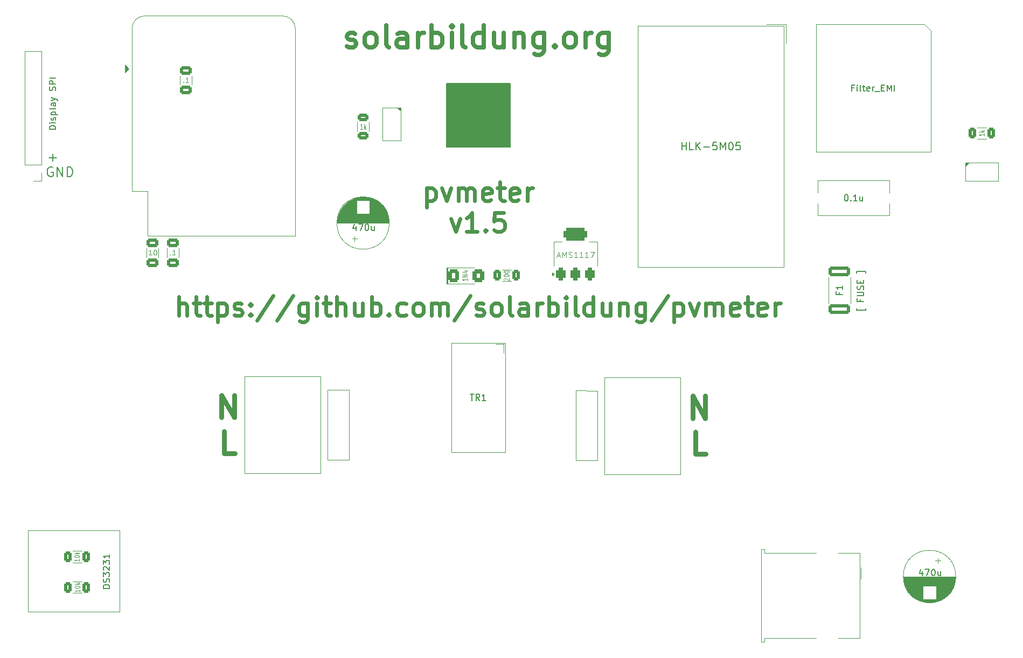
<source format=gto>
%TF.GenerationSoftware,KiCad,Pcbnew,9.0.4*%
%TF.CreationDate,2025-12-11T10:44:19+01:00*%
%TF.ProjectId,pvmeter,70766d65-7465-4722-9e6b-696361645f70,1.4*%
%TF.SameCoordinates,Original*%
%TF.FileFunction,Legend,Top*%
%TF.FilePolarity,Positive*%
%FSLAX46Y46*%
G04 Gerber Fmt 4.6, Leading zero omitted, Abs format (unit mm)*
G04 Created by KiCad (PCBNEW 9.0.4) date 2025-12-11 10:44:19*
%MOMM*%
%LPD*%
G01*
G04 APERTURE LIST*
G04 Aperture macros list*
%AMRoundRect*
0 Rectangle with rounded corners*
0 $1 Rounding radius*
0 $2 $3 $4 $5 $6 $7 $8 $9 X,Y pos of 4 corners*
0 Add a 4 corners polygon primitive as box body*
4,1,4,$2,$3,$4,$5,$6,$7,$8,$9,$2,$3,0*
0 Add four circle primitives for the rounded corners*
1,1,$1+$1,$2,$3*
1,1,$1+$1,$4,$5*
1,1,$1+$1,$6,$7*
1,1,$1+$1,$8,$9*
0 Add four rect primitives between the rounded corners*
20,1,$1+$1,$2,$3,$4,$5,0*
20,1,$1+$1,$4,$5,$6,$7,0*
20,1,$1+$1,$6,$7,$8,$9,0*
20,1,$1+$1,$8,$9,$2,$3,0*%
%AMFreePoly0*
4,1,19,-0.850000,0.510000,-0.510000,0.850000,0.255000,0.850000,0.408997,0.829726,0.552500,0.770285,0.675729,0.675729,0.770285,0.552500,0.829726,0.408997,0.850000,0.255000,0.850000,-0.510000,0.510000,-0.850000,-0.255000,-0.850000,-0.408997,-0.829726,-0.552500,-0.770285,-0.675729,-0.675729,-0.770285,-0.552500,-0.829726,-0.408997,-0.850000,-0.255000,-0.850000,0.510000,-0.850000,0.510000,
$1*%
G04 Aperture macros list end*
%ADD10C,0.150000*%
%ADD11C,0.600000*%
%ADD12C,0.800000*%
%ADD13C,0.120000*%
%ADD14C,0.200000*%
%ADD15C,0.700000*%
%ADD16R,1.600000X1.600000*%
%ADD17C,1.600000*%
%ADD18RoundRect,0.250000X0.625000X-0.312500X0.625000X0.312500X-0.625000X0.312500X-0.625000X-0.312500X0*%
%ADD19R,2.200000X2.500000*%
%ADD20R,2.200000X1.550000*%
%ADD21RoundRect,0.250000X-0.312500X-0.625000X0.312500X-0.625000X0.312500X0.625000X-0.312500X0.625000X0*%
%ADD22C,3.000000*%
%ADD23RoundRect,0.375000X0.375000X-0.625000X0.375000X0.625000X-0.375000X0.625000X-0.375000X-0.625000X0*%
%ADD24RoundRect,0.500000X1.400000X-0.500000X1.400000X0.500000X-1.400000X0.500000X-1.400000X-0.500000X0*%
%ADD25RoundRect,0.250000X-0.650000X0.412500X-0.650000X-0.412500X0.650000X-0.412500X0.650000X0.412500X0*%
%ADD26RoundRect,0.307018X-0.567982X-0.692982X0.567982X-0.692982X0.567982X0.692982X-0.567982X0.692982X0*%
%ADD27RoundRect,0.315790X-0.584210X-0.684210X0.584210X-0.684210X0.584210X0.684210X-0.584210X0.684210X0*%
%ADD28FreePoly0,0.000000*%
%ADD29C,1.700000*%
%ADD30R,1.700000X1.700000*%
%ADD31O,1.700000X1.700000*%
%ADD32RoundRect,0.250000X0.650000X-0.412500X0.650000X0.412500X-0.650000X0.412500X-0.650000X-0.412500X0*%
%ADD33O,2.000000X1.700000*%
%ADD34R,2.000000X1.700000*%
%ADD35R,2.200000X2.200000*%
%ADD36C,2.200000*%
%ADD37RoundRect,0.250000X0.312500X0.625000X-0.312500X0.625000X-0.312500X-0.625000X0.312500X-0.625000X0*%
%ADD38R,1.500000X1.600000*%
%ADD39RoundRect,0.249999X1.425001X-0.512501X1.425001X0.512501X-1.425001X0.512501X-1.425001X-0.512501X0*%
%ADD40R,2.500000X2.200000*%
%ADD41R,1.550000X2.200000*%
%ADD42C,3.100000*%
%ADD43R,3.100000X3.100000*%
G04 APERTURE END LIST*
D10*
X151000000Y-53500000D02*
X161000000Y-53500000D01*
X161000000Y-63500000D01*
X151000000Y-63500000D01*
X151000000Y-53500000D01*
G36*
X151000000Y-53500000D02*
G01*
X161000000Y-53500000D01*
X161000000Y-63500000D01*
X151000000Y-63500000D01*
X151000000Y-53500000D01*
G37*
X216898152Y-88885714D02*
X216898152Y-89123809D01*
X216898152Y-89123809D02*
X215469580Y-89123809D01*
X215469580Y-89123809D02*
X215469580Y-88885714D01*
X216041009Y-87409523D02*
X216041009Y-87742856D01*
X216564819Y-87742856D02*
X215564819Y-87742856D01*
X215564819Y-87742856D02*
X215564819Y-87266666D01*
X215564819Y-86885713D02*
X216374342Y-86885713D01*
X216374342Y-86885713D02*
X216469580Y-86838094D01*
X216469580Y-86838094D02*
X216517200Y-86790475D01*
X216517200Y-86790475D02*
X216564819Y-86695237D01*
X216564819Y-86695237D02*
X216564819Y-86504761D01*
X216564819Y-86504761D02*
X216517200Y-86409523D01*
X216517200Y-86409523D02*
X216469580Y-86361904D01*
X216469580Y-86361904D02*
X216374342Y-86314285D01*
X216374342Y-86314285D02*
X215564819Y-86314285D01*
X216517200Y-85885713D02*
X216564819Y-85742856D01*
X216564819Y-85742856D02*
X216564819Y-85504761D01*
X216564819Y-85504761D02*
X216517200Y-85409523D01*
X216517200Y-85409523D02*
X216469580Y-85361904D01*
X216469580Y-85361904D02*
X216374342Y-85314285D01*
X216374342Y-85314285D02*
X216279104Y-85314285D01*
X216279104Y-85314285D02*
X216183866Y-85361904D01*
X216183866Y-85361904D02*
X216136247Y-85409523D01*
X216136247Y-85409523D02*
X216088628Y-85504761D01*
X216088628Y-85504761D02*
X216041009Y-85695237D01*
X216041009Y-85695237D02*
X215993390Y-85790475D01*
X215993390Y-85790475D02*
X215945771Y-85838094D01*
X215945771Y-85838094D02*
X215850533Y-85885713D01*
X215850533Y-85885713D02*
X215755295Y-85885713D01*
X215755295Y-85885713D02*
X215660057Y-85838094D01*
X215660057Y-85838094D02*
X215612438Y-85790475D01*
X215612438Y-85790475D02*
X215564819Y-85695237D01*
X215564819Y-85695237D02*
X215564819Y-85457142D01*
X215564819Y-85457142D02*
X215612438Y-85314285D01*
X216041009Y-84885713D02*
X216041009Y-84552380D01*
X216564819Y-84409523D02*
X216564819Y-84885713D01*
X216564819Y-84885713D02*
X215564819Y-84885713D01*
X215564819Y-84885713D02*
X215564819Y-84409523D01*
X216898152Y-83314284D02*
X216898152Y-83076189D01*
X216898152Y-83076189D02*
X215469580Y-83076189D01*
X215469580Y-83076189D02*
X215469580Y-83314284D01*
D11*
X108928569Y-90006657D02*
X108928569Y-87006657D01*
X110214284Y-90006657D02*
X110214284Y-88435228D01*
X110214284Y-88435228D02*
X110071426Y-88149514D01*
X110071426Y-88149514D02*
X109785712Y-88006657D01*
X109785712Y-88006657D02*
X109357141Y-88006657D01*
X109357141Y-88006657D02*
X109071426Y-88149514D01*
X109071426Y-88149514D02*
X108928569Y-88292371D01*
X111214284Y-88006657D02*
X112357141Y-88006657D01*
X111642855Y-87006657D02*
X111642855Y-89578085D01*
X111642855Y-89578085D02*
X111785712Y-89863800D01*
X111785712Y-89863800D02*
X112071427Y-90006657D01*
X112071427Y-90006657D02*
X112357141Y-90006657D01*
X112928570Y-88006657D02*
X114071427Y-88006657D01*
X113357141Y-87006657D02*
X113357141Y-89578085D01*
X113357141Y-89578085D02*
X113499998Y-89863800D01*
X113499998Y-89863800D02*
X113785713Y-90006657D01*
X113785713Y-90006657D02*
X114071427Y-90006657D01*
X115071427Y-88006657D02*
X115071427Y-91006657D01*
X115071427Y-88149514D02*
X115357142Y-88006657D01*
X115357142Y-88006657D02*
X115928570Y-88006657D01*
X115928570Y-88006657D02*
X116214284Y-88149514D01*
X116214284Y-88149514D02*
X116357142Y-88292371D01*
X116357142Y-88292371D02*
X116499999Y-88578085D01*
X116499999Y-88578085D02*
X116499999Y-89435228D01*
X116499999Y-89435228D02*
X116357142Y-89720942D01*
X116357142Y-89720942D02*
X116214284Y-89863800D01*
X116214284Y-89863800D02*
X115928570Y-90006657D01*
X115928570Y-90006657D02*
X115357142Y-90006657D01*
X115357142Y-90006657D02*
X115071427Y-89863800D01*
X117642856Y-89863800D02*
X117928570Y-90006657D01*
X117928570Y-90006657D02*
X118499999Y-90006657D01*
X118499999Y-90006657D02*
X118785713Y-89863800D01*
X118785713Y-89863800D02*
X118928570Y-89578085D01*
X118928570Y-89578085D02*
X118928570Y-89435228D01*
X118928570Y-89435228D02*
X118785713Y-89149514D01*
X118785713Y-89149514D02*
X118499999Y-89006657D01*
X118499999Y-89006657D02*
X118071428Y-89006657D01*
X118071428Y-89006657D02*
X117785713Y-88863800D01*
X117785713Y-88863800D02*
X117642856Y-88578085D01*
X117642856Y-88578085D02*
X117642856Y-88435228D01*
X117642856Y-88435228D02*
X117785713Y-88149514D01*
X117785713Y-88149514D02*
X118071428Y-88006657D01*
X118071428Y-88006657D02*
X118499999Y-88006657D01*
X118499999Y-88006657D02*
X118785713Y-88149514D01*
X120214284Y-89720942D02*
X120357141Y-89863800D01*
X120357141Y-89863800D02*
X120214284Y-90006657D01*
X120214284Y-90006657D02*
X120071427Y-89863800D01*
X120071427Y-89863800D02*
X120214284Y-89720942D01*
X120214284Y-89720942D02*
X120214284Y-90006657D01*
X120214284Y-88149514D02*
X120357141Y-88292371D01*
X120357141Y-88292371D02*
X120214284Y-88435228D01*
X120214284Y-88435228D02*
X120071427Y-88292371D01*
X120071427Y-88292371D02*
X120214284Y-88149514D01*
X120214284Y-88149514D02*
X120214284Y-88435228D01*
X123785712Y-86863800D02*
X121214284Y-90720942D01*
X126928569Y-86863800D02*
X124357141Y-90720942D01*
X129214284Y-88006657D02*
X129214284Y-90435228D01*
X129214284Y-90435228D02*
X129071426Y-90720942D01*
X129071426Y-90720942D02*
X128928569Y-90863800D01*
X128928569Y-90863800D02*
X128642855Y-91006657D01*
X128642855Y-91006657D02*
X128214284Y-91006657D01*
X128214284Y-91006657D02*
X127928569Y-90863800D01*
X129214284Y-89863800D02*
X128928569Y-90006657D01*
X128928569Y-90006657D02*
X128357141Y-90006657D01*
X128357141Y-90006657D02*
X128071426Y-89863800D01*
X128071426Y-89863800D02*
X127928569Y-89720942D01*
X127928569Y-89720942D02*
X127785712Y-89435228D01*
X127785712Y-89435228D02*
X127785712Y-88578085D01*
X127785712Y-88578085D02*
X127928569Y-88292371D01*
X127928569Y-88292371D02*
X128071426Y-88149514D01*
X128071426Y-88149514D02*
X128357141Y-88006657D01*
X128357141Y-88006657D02*
X128928569Y-88006657D01*
X128928569Y-88006657D02*
X129214284Y-88149514D01*
X130642855Y-90006657D02*
X130642855Y-88006657D01*
X130642855Y-87006657D02*
X130499998Y-87149514D01*
X130499998Y-87149514D02*
X130642855Y-87292371D01*
X130642855Y-87292371D02*
X130785712Y-87149514D01*
X130785712Y-87149514D02*
X130642855Y-87006657D01*
X130642855Y-87006657D02*
X130642855Y-87292371D01*
X131642855Y-88006657D02*
X132785712Y-88006657D01*
X132071426Y-87006657D02*
X132071426Y-89578085D01*
X132071426Y-89578085D02*
X132214283Y-89863800D01*
X132214283Y-89863800D02*
X132499998Y-90006657D01*
X132499998Y-90006657D02*
X132785712Y-90006657D01*
X133785712Y-90006657D02*
X133785712Y-87006657D01*
X135071427Y-90006657D02*
X135071427Y-88435228D01*
X135071427Y-88435228D02*
X134928569Y-88149514D01*
X134928569Y-88149514D02*
X134642855Y-88006657D01*
X134642855Y-88006657D02*
X134214284Y-88006657D01*
X134214284Y-88006657D02*
X133928569Y-88149514D01*
X133928569Y-88149514D02*
X133785712Y-88292371D01*
X137785713Y-88006657D02*
X137785713Y-90006657D01*
X136499998Y-88006657D02*
X136499998Y-89578085D01*
X136499998Y-89578085D02*
X136642855Y-89863800D01*
X136642855Y-89863800D02*
X136928570Y-90006657D01*
X136928570Y-90006657D02*
X137357141Y-90006657D01*
X137357141Y-90006657D02*
X137642855Y-89863800D01*
X137642855Y-89863800D02*
X137785713Y-89720942D01*
X139214284Y-90006657D02*
X139214284Y-87006657D01*
X139214284Y-88149514D02*
X139499999Y-88006657D01*
X139499999Y-88006657D02*
X140071427Y-88006657D01*
X140071427Y-88006657D02*
X140357141Y-88149514D01*
X140357141Y-88149514D02*
X140499999Y-88292371D01*
X140499999Y-88292371D02*
X140642856Y-88578085D01*
X140642856Y-88578085D02*
X140642856Y-89435228D01*
X140642856Y-89435228D02*
X140499999Y-89720942D01*
X140499999Y-89720942D02*
X140357141Y-89863800D01*
X140357141Y-89863800D02*
X140071427Y-90006657D01*
X140071427Y-90006657D02*
X139499999Y-90006657D01*
X139499999Y-90006657D02*
X139214284Y-89863800D01*
X141928570Y-89720942D02*
X142071427Y-89863800D01*
X142071427Y-89863800D02*
X141928570Y-90006657D01*
X141928570Y-90006657D02*
X141785713Y-89863800D01*
X141785713Y-89863800D02*
X141928570Y-89720942D01*
X141928570Y-89720942D02*
X141928570Y-90006657D01*
X144642856Y-89863800D02*
X144357141Y-90006657D01*
X144357141Y-90006657D02*
X143785713Y-90006657D01*
X143785713Y-90006657D02*
X143499998Y-89863800D01*
X143499998Y-89863800D02*
X143357141Y-89720942D01*
X143357141Y-89720942D02*
X143214284Y-89435228D01*
X143214284Y-89435228D02*
X143214284Y-88578085D01*
X143214284Y-88578085D02*
X143357141Y-88292371D01*
X143357141Y-88292371D02*
X143499998Y-88149514D01*
X143499998Y-88149514D02*
X143785713Y-88006657D01*
X143785713Y-88006657D02*
X144357141Y-88006657D01*
X144357141Y-88006657D02*
X144642856Y-88149514D01*
X146357142Y-90006657D02*
X146071427Y-89863800D01*
X146071427Y-89863800D02*
X145928570Y-89720942D01*
X145928570Y-89720942D02*
X145785713Y-89435228D01*
X145785713Y-89435228D02*
X145785713Y-88578085D01*
X145785713Y-88578085D02*
X145928570Y-88292371D01*
X145928570Y-88292371D02*
X146071427Y-88149514D01*
X146071427Y-88149514D02*
X146357142Y-88006657D01*
X146357142Y-88006657D02*
X146785713Y-88006657D01*
X146785713Y-88006657D02*
X147071427Y-88149514D01*
X147071427Y-88149514D02*
X147214285Y-88292371D01*
X147214285Y-88292371D02*
X147357142Y-88578085D01*
X147357142Y-88578085D02*
X147357142Y-89435228D01*
X147357142Y-89435228D02*
X147214285Y-89720942D01*
X147214285Y-89720942D02*
X147071427Y-89863800D01*
X147071427Y-89863800D02*
X146785713Y-90006657D01*
X146785713Y-90006657D02*
X146357142Y-90006657D01*
X148642856Y-90006657D02*
X148642856Y-88006657D01*
X148642856Y-88292371D02*
X148785713Y-88149514D01*
X148785713Y-88149514D02*
X149071428Y-88006657D01*
X149071428Y-88006657D02*
X149499999Y-88006657D01*
X149499999Y-88006657D02*
X149785713Y-88149514D01*
X149785713Y-88149514D02*
X149928571Y-88435228D01*
X149928571Y-88435228D02*
X149928571Y-90006657D01*
X149928571Y-88435228D02*
X150071428Y-88149514D01*
X150071428Y-88149514D02*
X150357142Y-88006657D01*
X150357142Y-88006657D02*
X150785713Y-88006657D01*
X150785713Y-88006657D02*
X151071428Y-88149514D01*
X151071428Y-88149514D02*
X151214285Y-88435228D01*
X151214285Y-88435228D02*
X151214285Y-90006657D01*
X154785713Y-86863800D02*
X152214285Y-90720942D01*
X155642856Y-89863800D02*
X155928570Y-90006657D01*
X155928570Y-90006657D02*
X156499999Y-90006657D01*
X156499999Y-90006657D02*
X156785713Y-89863800D01*
X156785713Y-89863800D02*
X156928570Y-89578085D01*
X156928570Y-89578085D02*
X156928570Y-89435228D01*
X156928570Y-89435228D02*
X156785713Y-89149514D01*
X156785713Y-89149514D02*
X156499999Y-89006657D01*
X156499999Y-89006657D02*
X156071428Y-89006657D01*
X156071428Y-89006657D02*
X155785713Y-88863800D01*
X155785713Y-88863800D02*
X155642856Y-88578085D01*
X155642856Y-88578085D02*
X155642856Y-88435228D01*
X155642856Y-88435228D02*
X155785713Y-88149514D01*
X155785713Y-88149514D02*
X156071428Y-88006657D01*
X156071428Y-88006657D02*
X156499999Y-88006657D01*
X156499999Y-88006657D02*
X156785713Y-88149514D01*
X158642856Y-90006657D02*
X158357141Y-89863800D01*
X158357141Y-89863800D02*
X158214284Y-89720942D01*
X158214284Y-89720942D02*
X158071427Y-89435228D01*
X158071427Y-89435228D02*
X158071427Y-88578085D01*
X158071427Y-88578085D02*
X158214284Y-88292371D01*
X158214284Y-88292371D02*
X158357141Y-88149514D01*
X158357141Y-88149514D02*
X158642856Y-88006657D01*
X158642856Y-88006657D02*
X159071427Y-88006657D01*
X159071427Y-88006657D02*
X159357141Y-88149514D01*
X159357141Y-88149514D02*
X159499999Y-88292371D01*
X159499999Y-88292371D02*
X159642856Y-88578085D01*
X159642856Y-88578085D02*
X159642856Y-89435228D01*
X159642856Y-89435228D02*
X159499999Y-89720942D01*
X159499999Y-89720942D02*
X159357141Y-89863800D01*
X159357141Y-89863800D02*
X159071427Y-90006657D01*
X159071427Y-90006657D02*
X158642856Y-90006657D01*
X161357142Y-90006657D02*
X161071427Y-89863800D01*
X161071427Y-89863800D02*
X160928570Y-89578085D01*
X160928570Y-89578085D02*
X160928570Y-87006657D01*
X163785714Y-90006657D02*
X163785714Y-88435228D01*
X163785714Y-88435228D02*
X163642856Y-88149514D01*
X163642856Y-88149514D02*
X163357142Y-88006657D01*
X163357142Y-88006657D02*
X162785714Y-88006657D01*
X162785714Y-88006657D02*
X162499999Y-88149514D01*
X163785714Y-89863800D02*
X163499999Y-90006657D01*
X163499999Y-90006657D02*
X162785714Y-90006657D01*
X162785714Y-90006657D02*
X162499999Y-89863800D01*
X162499999Y-89863800D02*
X162357142Y-89578085D01*
X162357142Y-89578085D02*
X162357142Y-89292371D01*
X162357142Y-89292371D02*
X162499999Y-89006657D01*
X162499999Y-89006657D02*
X162785714Y-88863800D01*
X162785714Y-88863800D02*
X163499999Y-88863800D01*
X163499999Y-88863800D02*
X163785714Y-88720942D01*
X165214285Y-90006657D02*
X165214285Y-88006657D01*
X165214285Y-88578085D02*
X165357142Y-88292371D01*
X165357142Y-88292371D02*
X165500000Y-88149514D01*
X165500000Y-88149514D02*
X165785714Y-88006657D01*
X165785714Y-88006657D02*
X166071428Y-88006657D01*
X167071428Y-90006657D02*
X167071428Y-87006657D01*
X167071428Y-88149514D02*
X167357143Y-88006657D01*
X167357143Y-88006657D02*
X167928571Y-88006657D01*
X167928571Y-88006657D02*
X168214285Y-88149514D01*
X168214285Y-88149514D02*
X168357143Y-88292371D01*
X168357143Y-88292371D02*
X168500000Y-88578085D01*
X168500000Y-88578085D02*
X168500000Y-89435228D01*
X168500000Y-89435228D02*
X168357143Y-89720942D01*
X168357143Y-89720942D02*
X168214285Y-89863800D01*
X168214285Y-89863800D02*
X167928571Y-90006657D01*
X167928571Y-90006657D02*
X167357143Y-90006657D01*
X167357143Y-90006657D02*
X167071428Y-89863800D01*
X169785714Y-90006657D02*
X169785714Y-88006657D01*
X169785714Y-87006657D02*
X169642857Y-87149514D01*
X169642857Y-87149514D02*
X169785714Y-87292371D01*
X169785714Y-87292371D02*
X169928571Y-87149514D01*
X169928571Y-87149514D02*
X169785714Y-87006657D01*
X169785714Y-87006657D02*
X169785714Y-87292371D01*
X171642857Y-90006657D02*
X171357142Y-89863800D01*
X171357142Y-89863800D02*
X171214285Y-89578085D01*
X171214285Y-89578085D02*
X171214285Y-87006657D01*
X174071429Y-90006657D02*
X174071429Y-87006657D01*
X174071429Y-89863800D02*
X173785714Y-90006657D01*
X173785714Y-90006657D02*
X173214286Y-90006657D01*
X173214286Y-90006657D02*
X172928571Y-89863800D01*
X172928571Y-89863800D02*
X172785714Y-89720942D01*
X172785714Y-89720942D02*
X172642857Y-89435228D01*
X172642857Y-89435228D02*
X172642857Y-88578085D01*
X172642857Y-88578085D02*
X172785714Y-88292371D01*
X172785714Y-88292371D02*
X172928571Y-88149514D01*
X172928571Y-88149514D02*
X173214286Y-88006657D01*
X173214286Y-88006657D02*
X173785714Y-88006657D01*
X173785714Y-88006657D02*
X174071429Y-88149514D01*
X176785715Y-88006657D02*
X176785715Y-90006657D01*
X175500000Y-88006657D02*
X175500000Y-89578085D01*
X175500000Y-89578085D02*
X175642857Y-89863800D01*
X175642857Y-89863800D02*
X175928572Y-90006657D01*
X175928572Y-90006657D02*
X176357143Y-90006657D01*
X176357143Y-90006657D02*
X176642857Y-89863800D01*
X176642857Y-89863800D02*
X176785715Y-89720942D01*
X178214286Y-88006657D02*
X178214286Y-90006657D01*
X178214286Y-88292371D02*
X178357143Y-88149514D01*
X178357143Y-88149514D02*
X178642858Y-88006657D01*
X178642858Y-88006657D02*
X179071429Y-88006657D01*
X179071429Y-88006657D02*
X179357143Y-88149514D01*
X179357143Y-88149514D02*
X179500001Y-88435228D01*
X179500001Y-88435228D02*
X179500001Y-90006657D01*
X182214287Y-88006657D02*
X182214287Y-90435228D01*
X182214287Y-90435228D02*
X182071429Y-90720942D01*
X182071429Y-90720942D02*
X181928572Y-90863800D01*
X181928572Y-90863800D02*
X181642858Y-91006657D01*
X181642858Y-91006657D02*
X181214287Y-91006657D01*
X181214287Y-91006657D02*
X180928572Y-90863800D01*
X182214287Y-89863800D02*
X181928572Y-90006657D01*
X181928572Y-90006657D02*
X181357144Y-90006657D01*
X181357144Y-90006657D02*
X181071429Y-89863800D01*
X181071429Y-89863800D02*
X180928572Y-89720942D01*
X180928572Y-89720942D02*
X180785715Y-89435228D01*
X180785715Y-89435228D02*
X180785715Y-88578085D01*
X180785715Y-88578085D02*
X180928572Y-88292371D01*
X180928572Y-88292371D02*
X181071429Y-88149514D01*
X181071429Y-88149514D02*
X181357144Y-88006657D01*
X181357144Y-88006657D02*
X181928572Y-88006657D01*
X181928572Y-88006657D02*
X182214287Y-88149514D01*
X185785715Y-86863800D02*
X183214287Y-90720942D01*
X186785715Y-88006657D02*
X186785715Y-91006657D01*
X186785715Y-88149514D02*
X187071430Y-88006657D01*
X187071430Y-88006657D02*
X187642858Y-88006657D01*
X187642858Y-88006657D02*
X187928572Y-88149514D01*
X187928572Y-88149514D02*
X188071430Y-88292371D01*
X188071430Y-88292371D02*
X188214287Y-88578085D01*
X188214287Y-88578085D02*
X188214287Y-89435228D01*
X188214287Y-89435228D02*
X188071430Y-89720942D01*
X188071430Y-89720942D02*
X187928572Y-89863800D01*
X187928572Y-89863800D02*
X187642858Y-90006657D01*
X187642858Y-90006657D02*
X187071430Y-90006657D01*
X187071430Y-90006657D02*
X186785715Y-89863800D01*
X189214287Y-88006657D02*
X189928573Y-90006657D01*
X189928573Y-90006657D02*
X190642858Y-88006657D01*
X191785715Y-90006657D02*
X191785715Y-88006657D01*
X191785715Y-88292371D02*
X191928572Y-88149514D01*
X191928572Y-88149514D02*
X192214287Y-88006657D01*
X192214287Y-88006657D02*
X192642858Y-88006657D01*
X192642858Y-88006657D02*
X192928572Y-88149514D01*
X192928572Y-88149514D02*
X193071430Y-88435228D01*
X193071430Y-88435228D02*
X193071430Y-90006657D01*
X193071430Y-88435228D02*
X193214287Y-88149514D01*
X193214287Y-88149514D02*
X193500001Y-88006657D01*
X193500001Y-88006657D02*
X193928572Y-88006657D01*
X193928572Y-88006657D02*
X194214287Y-88149514D01*
X194214287Y-88149514D02*
X194357144Y-88435228D01*
X194357144Y-88435228D02*
X194357144Y-90006657D01*
X196928572Y-89863800D02*
X196642858Y-90006657D01*
X196642858Y-90006657D02*
X196071430Y-90006657D01*
X196071430Y-90006657D02*
X195785715Y-89863800D01*
X195785715Y-89863800D02*
X195642858Y-89578085D01*
X195642858Y-89578085D02*
X195642858Y-88435228D01*
X195642858Y-88435228D02*
X195785715Y-88149514D01*
X195785715Y-88149514D02*
X196071430Y-88006657D01*
X196071430Y-88006657D02*
X196642858Y-88006657D01*
X196642858Y-88006657D02*
X196928572Y-88149514D01*
X196928572Y-88149514D02*
X197071430Y-88435228D01*
X197071430Y-88435228D02*
X197071430Y-88720942D01*
X197071430Y-88720942D02*
X195642858Y-89006657D01*
X197928573Y-88006657D02*
X199071430Y-88006657D01*
X198357144Y-87006657D02*
X198357144Y-89578085D01*
X198357144Y-89578085D02*
X198500001Y-89863800D01*
X198500001Y-89863800D02*
X198785716Y-90006657D01*
X198785716Y-90006657D02*
X199071430Y-90006657D01*
X201214287Y-89863800D02*
X200928573Y-90006657D01*
X200928573Y-90006657D02*
X200357145Y-90006657D01*
X200357145Y-90006657D02*
X200071430Y-89863800D01*
X200071430Y-89863800D02*
X199928573Y-89578085D01*
X199928573Y-89578085D02*
X199928573Y-88435228D01*
X199928573Y-88435228D02*
X200071430Y-88149514D01*
X200071430Y-88149514D02*
X200357145Y-88006657D01*
X200357145Y-88006657D02*
X200928573Y-88006657D01*
X200928573Y-88006657D02*
X201214287Y-88149514D01*
X201214287Y-88149514D02*
X201357145Y-88435228D01*
X201357145Y-88435228D02*
X201357145Y-88720942D01*
X201357145Y-88720942D02*
X199928573Y-89006657D01*
X202642859Y-90006657D02*
X202642859Y-88006657D01*
X202642859Y-88578085D02*
X202785716Y-88292371D01*
X202785716Y-88292371D02*
X202928574Y-88149514D01*
X202928574Y-88149514D02*
X203214288Y-88006657D01*
X203214288Y-88006657D02*
X203500002Y-88006657D01*
D12*
X115660000Y-106020165D02*
X115660000Y-102520165D01*
X115660000Y-102520165D02*
X117660000Y-106020165D01*
X117660000Y-106020165D02*
X117660000Y-102520165D01*
X117743334Y-111654969D02*
X116076667Y-111654969D01*
X116076667Y-111654969D02*
X116076667Y-108154969D01*
D10*
X136775714Y-75928152D02*
X136775714Y-76594819D01*
X136537619Y-75547200D02*
X136299524Y-76261485D01*
X136299524Y-76261485D02*
X136918571Y-76261485D01*
X137204286Y-75594819D02*
X137870952Y-75594819D01*
X137870952Y-75594819D02*
X137442381Y-76594819D01*
X138442381Y-75594819D02*
X138537619Y-75594819D01*
X138537619Y-75594819D02*
X138632857Y-75642438D01*
X138632857Y-75642438D02*
X138680476Y-75690057D01*
X138680476Y-75690057D02*
X138728095Y-75785295D01*
X138728095Y-75785295D02*
X138775714Y-75975771D01*
X138775714Y-75975771D02*
X138775714Y-76213866D01*
X138775714Y-76213866D02*
X138728095Y-76404342D01*
X138728095Y-76404342D02*
X138680476Y-76499580D01*
X138680476Y-76499580D02*
X138632857Y-76547200D01*
X138632857Y-76547200D02*
X138537619Y-76594819D01*
X138537619Y-76594819D02*
X138442381Y-76594819D01*
X138442381Y-76594819D02*
X138347143Y-76547200D01*
X138347143Y-76547200D02*
X138299524Y-76499580D01*
X138299524Y-76499580D02*
X138251905Y-76404342D01*
X138251905Y-76404342D02*
X138204286Y-76213866D01*
X138204286Y-76213866D02*
X138204286Y-75975771D01*
X138204286Y-75975771D02*
X138251905Y-75785295D01*
X138251905Y-75785295D02*
X138299524Y-75690057D01*
X138299524Y-75690057D02*
X138347143Y-75642438D01*
X138347143Y-75642438D02*
X138442381Y-75594819D01*
X139632857Y-75928152D02*
X139632857Y-76594819D01*
X139204286Y-75928152D02*
X139204286Y-76451961D01*
X139204286Y-76451961D02*
X139251905Y-76547200D01*
X139251905Y-76547200D02*
X139347143Y-76594819D01*
X139347143Y-76594819D02*
X139490000Y-76594819D01*
X139490000Y-76594819D02*
X139585238Y-76547200D01*
X139585238Y-76547200D02*
X139632857Y-76499580D01*
D13*
X154303855Y-84128571D02*
X154303855Y-84471428D01*
X154303855Y-84299999D02*
X153503855Y-84299999D01*
X153503855Y-84299999D02*
X153618140Y-84357142D01*
X153618140Y-84357142D02*
X153694331Y-84414285D01*
X153694331Y-84414285D02*
X153732426Y-84471428D01*
X154303855Y-83871427D02*
X153503855Y-83871427D01*
X153503855Y-83871427D02*
X154303855Y-83528570D01*
X154303855Y-83528570D02*
X153503855Y-83528570D01*
X153770521Y-82985714D02*
X154303855Y-82985714D01*
X153465760Y-83128571D02*
X154037188Y-83271428D01*
X154037188Y-83271428D02*
X154037188Y-82899999D01*
X104667618Y-80453855D02*
X104210475Y-80453855D01*
X104439047Y-80453855D02*
X104439047Y-79653855D01*
X104439047Y-79653855D02*
X104362856Y-79768140D01*
X104362856Y-79768140D02*
X104286666Y-79844331D01*
X104286666Y-79844331D02*
X104210475Y-79882426D01*
X105162857Y-79653855D02*
X105239047Y-79653855D01*
X105239047Y-79653855D02*
X105315238Y-79691950D01*
X105315238Y-79691950D02*
X105353333Y-79730045D01*
X105353333Y-79730045D02*
X105391428Y-79806236D01*
X105391428Y-79806236D02*
X105429523Y-79958617D01*
X105429523Y-79958617D02*
X105429523Y-80149093D01*
X105429523Y-80149093D02*
X105391428Y-80301474D01*
X105391428Y-80301474D02*
X105353333Y-80377664D01*
X105353333Y-80377664D02*
X105315238Y-80415760D01*
X105315238Y-80415760D02*
X105239047Y-80453855D01*
X105239047Y-80453855D02*
X105162857Y-80453855D01*
X105162857Y-80453855D02*
X105086666Y-80415760D01*
X105086666Y-80415760D02*
X105048571Y-80377664D01*
X105048571Y-80377664D02*
X105010476Y-80301474D01*
X105010476Y-80301474D02*
X104972380Y-80149093D01*
X104972380Y-80149093D02*
X104972380Y-79958617D01*
X104972380Y-79958617D02*
X105010476Y-79806236D01*
X105010476Y-79806236D02*
X105048571Y-79730045D01*
X105048571Y-79730045D02*
X105086666Y-79691950D01*
X105086666Y-79691950D02*
X105162857Y-79653855D01*
X93313855Y-128257143D02*
X93313855Y-128600000D01*
X93313855Y-128428571D02*
X92513855Y-128428571D01*
X92513855Y-128428571D02*
X92628140Y-128485714D01*
X92628140Y-128485714D02*
X92704331Y-128542857D01*
X92704331Y-128542857D02*
X92742426Y-128600000D01*
X92513855Y-127885714D02*
X92513855Y-127828571D01*
X92513855Y-127828571D02*
X92551950Y-127771428D01*
X92551950Y-127771428D02*
X92590045Y-127742857D01*
X92590045Y-127742857D02*
X92666236Y-127714285D01*
X92666236Y-127714285D02*
X92818617Y-127685714D01*
X92818617Y-127685714D02*
X93009093Y-127685714D01*
X93009093Y-127685714D02*
X93161474Y-127714285D01*
X93161474Y-127714285D02*
X93237664Y-127742857D01*
X93237664Y-127742857D02*
X93275760Y-127771428D01*
X93275760Y-127771428D02*
X93313855Y-127828571D01*
X93313855Y-127828571D02*
X93313855Y-127885714D01*
X93313855Y-127885714D02*
X93275760Y-127942857D01*
X93275760Y-127942857D02*
X93237664Y-127971428D01*
X93237664Y-127971428D02*
X93161474Y-127999999D01*
X93161474Y-127999999D02*
X93009093Y-128028571D01*
X93009093Y-128028571D02*
X92818617Y-128028571D01*
X92818617Y-128028571D02*
X92666236Y-127999999D01*
X92666236Y-127999999D02*
X92590045Y-127971428D01*
X92590045Y-127971428D02*
X92551950Y-127942857D01*
X92551950Y-127942857D02*
X92513855Y-127885714D01*
X93313855Y-127428570D02*
X92513855Y-127428570D01*
X93009093Y-127371428D02*
X93313855Y-127199999D01*
X92780521Y-127199999D02*
X93085283Y-127428570D01*
D14*
X88535714Y-65144642D02*
X89678572Y-65144642D01*
X89107143Y-65716070D02*
X89107143Y-64573213D01*
X89107143Y-66702415D02*
X88964286Y-66630986D01*
X88964286Y-66630986D02*
X88750000Y-66630986D01*
X88750000Y-66630986D02*
X88535714Y-66702415D01*
X88535714Y-66702415D02*
X88392857Y-66845272D01*
X88392857Y-66845272D02*
X88321428Y-66988129D01*
X88321428Y-66988129D02*
X88250000Y-67273843D01*
X88250000Y-67273843D02*
X88250000Y-67488129D01*
X88250000Y-67488129D02*
X88321428Y-67773843D01*
X88321428Y-67773843D02*
X88392857Y-67916700D01*
X88392857Y-67916700D02*
X88535714Y-68059558D01*
X88535714Y-68059558D02*
X88750000Y-68130986D01*
X88750000Y-68130986D02*
X88892857Y-68130986D01*
X88892857Y-68130986D02*
X89107143Y-68059558D01*
X89107143Y-68059558D02*
X89178571Y-67988129D01*
X89178571Y-67988129D02*
X89178571Y-67488129D01*
X89178571Y-67488129D02*
X88892857Y-67488129D01*
X89821428Y-68130986D02*
X89821428Y-66630986D01*
X89821428Y-66630986D02*
X90678571Y-68130986D01*
X90678571Y-68130986D02*
X90678571Y-66630986D01*
X91392857Y-68130986D02*
X91392857Y-66630986D01*
X91392857Y-66630986D02*
X91750000Y-66630986D01*
X91750000Y-66630986D02*
X91964286Y-66702415D01*
X91964286Y-66702415D02*
X92107143Y-66845272D01*
X92107143Y-66845272D02*
X92178572Y-66988129D01*
X92178572Y-66988129D02*
X92250000Y-67273843D01*
X92250000Y-67273843D02*
X92250000Y-67488129D01*
X92250000Y-67488129D02*
X92178572Y-67773843D01*
X92178572Y-67773843D02*
X92107143Y-67916700D01*
X92107143Y-67916700D02*
X91964286Y-68059558D01*
X91964286Y-68059558D02*
X91750000Y-68130986D01*
X91750000Y-68130986D02*
X91392857Y-68130986D01*
D10*
X225805714Y-130208152D02*
X225805714Y-130874819D01*
X225567619Y-129827200D02*
X225329524Y-130541485D01*
X225329524Y-130541485D02*
X225948571Y-130541485D01*
X226234286Y-129874819D02*
X226900952Y-129874819D01*
X226900952Y-129874819D02*
X226472381Y-130874819D01*
X227472381Y-129874819D02*
X227567619Y-129874819D01*
X227567619Y-129874819D02*
X227662857Y-129922438D01*
X227662857Y-129922438D02*
X227710476Y-129970057D01*
X227710476Y-129970057D02*
X227758095Y-130065295D01*
X227758095Y-130065295D02*
X227805714Y-130255771D01*
X227805714Y-130255771D02*
X227805714Y-130493866D01*
X227805714Y-130493866D02*
X227758095Y-130684342D01*
X227758095Y-130684342D02*
X227710476Y-130779580D01*
X227710476Y-130779580D02*
X227662857Y-130827200D01*
X227662857Y-130827200D02*
X227567619Y-130874819D01*
X227567619Y-130874819D02*
X227472381Y-130874819D01*
X227472381Y-130874819D02*
X227377143Y-130827200D01*
X227377143Y-130827200D02*
X227329524Y-130779580D01*
X227329524Y-130779580D02*
X227281905Y-130684342D01*
X227281905Y-130684342D02*
X227234286Y-130493866D01*
X227234286Y-130493866D02*
X227234286Y-130255771D01*
X227234286Y-130255771D02*
X227281905Y-130065295D01*
X227281905Y-130065295D02*
X227329524Y-129970057D01*
X227329524Y-129970057D02*
X227377143Y-129922438D01*
X227377143Y-129922438D02*
X227472381Y-129874819D01*
X228662857Y-130208152D02*
X228662857Y-130874819D01*
X228234286Y-130208152D02*
X228234286Y-130731961D01*
X228234286Y-130731961D02*
X228281905Y-130827200D01*
X228281905Y-130827200D02*
X228377143Y-130874819D01*
X228377143Y-130874819D02*
X228520000Y-130874819D01*
X228520000Y-130874819D02*
X228615238Y-130827200D01*
X228615238Y-130827200D02*
X228662857Y-130779580D01*
D15*
X135333331Y-47666101D02*
X135666665Y-47832767D01*
X135666665Y-47832767D02*
X136333331Y-47832767D01*
X136333331Y-47832767D02*
X136666665Y-47666101D01*
X136666665Y-47666101D02*
X136833331Y-47332767D01*
X136833331Y-47332767D02*
X136833331Y-47166101D01*
X136833331Y-47166101D02*
X136666665Y-46832767D01*
X136666665Y-46832767D02*
X136333331Y-46666101D01*
X136333331Y-46666101D02*
X135833331Y-46666101D01*
X135833331Y-46666101D02*
X135499998Y-46499434D01*
X135499998Y-46499434D02*
X135333331Y-46166101D01*
X135333331Y-46166101D02*
X135333331Y-45999434D01*
X135333331Y-45999434D02*
X135499998Y-45666101D01*
X135499998Y-45666101D02*
X135833331Y-45499434D01*
X135833331Y-45499434D02*
X136333331Y-45499434D01*
X136333331Y-45499434D02*
X136666665Y-45666101D01*
X138833331Y-47832767D02*
X138499998Y-47666101D01*
X138499998Y-47666101D02*
X138333331Y-47499434D01*
X138333331Y-47499434D02*
X138166664Y-47166101D01*
X138166664Y-47166101D02*
X138166664Y-46166101D01*
X138166664Y-46166101D02*
X138333331Y-45832767D01*
X138333331Y-45832767D02*
X138499998Y-45666101D01*
X138499998Y-45666101D02*
X138833331Y-45499434D01*
X138833331Y-45499434D02*
X139333331Y-45499434D01*
X139333331Y-45499434D02*
X139666664Y-45666101D01*
X139666664Y-45666101D02*
X139833331Y-45832767D01*
X139833331Y-45832767D02*
X139999998Y-46166101D01*
X139999998Y-46166101D02*
X139999998Y-47166101D01*
X139999998Y-47166101D02*
X139833331Y-47499434D01*
X139833331Y-47499434D02*
X139666664Y-47666101D01*
X139666664Y-47666101D02*
X139333331Y-47832767D01*
X139333331Y-47832767D02*
X138833331Y-47832767D01*
X141999998Y-47832767D02*
X141666665Y-47666101D01*
X141666665Y-47666101D02*
X141499998Y-47332767D01*
X141499998Y-47332767D02*
X141499998Y-44332767D01*
X144833331Y-47832767D02*
X144833331Y-45999434D01*
X144833331Y-45999434D02*
X144666664Y-45666101D01*
X144666664Y-45666101D02*
X144333331Y-45499434D01*
X144333331Y-45499434D02*
X143666664Y-45499434D01*
X143666664Y-45499434D02*
X143333331Y-45666101D01*
X144833331Y-47666101D02*
X144499998Y-47832767D01*
X144499998Y-47832767D02*
X143666664Y-47832767D01*
X143666664Y-47832767D02*
X143333331Y-47666101D01*
X143333331Y-47666101D02*
X143166664Y-47332767D01*
X143166664Y-47332767D02*
X143166664Y-46999434D01*
X143166664Y-46999434D02*
X143333331Y-46666101D01*
X143333331Y-46666101D02*
X143666664Y-46499434D01*
X143666664Y-46499434D02*
X144499998Y-46499434D01*
X144499998Y-46499434D02*
X144833331Y-46332767D01*
X146499998Y-47832767D02*
X146499998Y-45499434D01*
X146499998Y-46166101D02*
X146666665Y-45832767D01*
X146666665Y-45832767D02*
X146833331Y-45666101D01*
X146833331Y-45666101D02*
X147166665Y-45499434D01*
X147166665Y-45499434D02*
X147499998Y-45499434D01*
X148666665Y-47832767D02*
X148666665Y-44332767D01*
X148666665Y-45666101D02*
X148999998Y-45499434D01*
X148999998Y-45499434D02*
X149666665Y-45499434D01*
X149666665Y-45499434D02*
X149999998Y-45666101D01*
X149999998Y-45666101D02*
X150166665Y-45832767D01*
X150166665Y-45832767D02*
X150333332Y-46166101D01*
X150333332Y-46166101D02*
X150333332Y-47166101D01*
X150333332Y-47166101D02*
X150166665Y-47499434D01*
X150166665Y-47499434D02*
X149999998Y-47666101D01*
X149999998Y-47666101D02*
X149666665Y-47832767D01*
X149666665Y-47832767D02*
X148999998Y-47832767D01*
X148999998Y-47832767D02*
X148666665Y-47666101D01*
X151833332Y-47832767D02*
X151833332Y-45499434D01*
X151833332Y-44332767D02*
X151666665Y-44499434D01*
X151666665Y-44499434D02*
X151833332Y-44666101D01*
X151833332Y-44666101D02*
X151999999Y-44499434D01*
X151999999Y-44499434D02*
X151833332Y-44332767D01*
X151833332Y-44332767D02*
X151833332Y-44666101D01*
X153999999Y-47832767D02*
X153666666Y-47666101D01*
X153666666Y-47666101D02*
X153499999Y-47332767D01*
X153499999Y-47332767D02*
X153499999Y-44332767D01*
X156833332Y-47832767D02*
X156833332Y-44332767D01*
X156833332Y-47666101D02*
X156499999Y-47832767D01*
X156499999Y-47832767D02*
X155833332Y-47832767D01*
X155833332Y-47832767D02*
X155499999Y-47666101D01*
X155499999Y-47666101D02*
X155333332Y-47499434D01*
X155333332Y-47499434D02*
X155166665Y-47166101D01*
X155166665Y-47166101D02*
X155166665Y-46166101D01*
X155166665Y-46166101D02*
X155333332Y-45832767D01*
X155333332Y-45832767D02*
X155499999Y-45666101D01*
X155499999Y-45666101D02*
X155833332Y-45499434D01*
X155833332Y-45499434D02*
X156499999Y-45499434D01*
X156499999Y-45499434D02*
X156833332Y-45666101D01*
X159999999Y-45499434D02*
X159999999Y-47832767D01*
X158499999Y-45499434D02*
X158499999Y-47332767D01*
X158499999Y-47332767D02*
X158666666Y-47666101D01*
X158666666Y-47666101D02*
X158999999Y-47832767D01*
X158999999Y-47832767D02*
X159499999Y-47832767D01*
X159499999Y-47832767D02*
X159833332Y-47666101D01*
X159833332Y-47666101D02*
X159999999Y-47499434D01*
X161666666Y-45499434D02*
X161666666Y-47832767D01*
X161666666Y-45832767D02*
X161833333Y-45666101D01*
X161833333Y-45666101D02*
X162166666Y-45499434D01*
X162166666Y-45499434D02*
X162666666Y-45499434D01*
X162666666Y-45499434D02*
X162999999Y-45666101D01*
X162999999Y-45666101D02*
X163166666Y-45999434D01*
X163166666Y-45999434D02*
X163166666Y-47832767D01*
X166333333Y-45499434D02*
X166333333Y-48332767D01*
X166333333Y-48332767D02*
X166166666Y-48666101D01*
X166166666Y-48666101D02*
X166000000Y-48832767D01*
X166000000Y-48832767D02*
X165666666Y-48999434D01*
X165666666Y-48999434D02*
X165166666Y-48999434D01*
X165166666Y-48999434D02*
X164833333Y-48832767D01*
X166333333Y-47666101D02*
X166000000Y-47832767D01*
X166000000Y-47832767D02*
X165333333Y-47832767D01*
X165333333Y-47832767D02*
X165000000Y-47666101D01*
X165000000Y-47666101D02*
X164833333Y-47499434D01*
X164833333Y-47499434D02*
X164666666Y-47166101D01*
X164666666Y-47166101D02*
X164666666Y-46166101D01*
X164666666Y-46166101D02*
X164833333Y-45832767D01*
X164833333Y-45832767D02*
X165000000Y-45666101D01*
X165000000Y-45666101D02*
X165333333Y-45499434D01*
X165333333Y-45499434D02*
X166000000Y-45499434D01*
X166000000Y-45499434D02*
X166333333Y-45666101D01*
X168000000Y-47499434D02*
X168166667Y-47666101D01*
X168166667Y-47666101D02*
X168000000Y-47832767D01*
X168000000Y-47832767D02*
X167833333Y-47666101D01*
X167833333Y-47666101D02*
X168000000Y-47499434D01*
X168000000Y-47499434D02*
X168000000Y-47832767D01*
X170166667Y-47832767D02*
X169833334Y-47666101D01*
X169833334Y-47666101D02*
X169666667Y-47499434D01*
X169666667Y-47499434D02*
X169500000Y-47166101D01*
X169500000Y-47166101D02*
X169500000Y-46166101D01*
X169500000Y-46166101D02*
X169666667Y-45832767D01*
X169666667Y-45832767D02*
X169833334Y-45666101D01*
X169833334Y-45666101D02*
X170166667Y-45499434D01*
X170166667Y-45499434D02*
X170666667Y-45499434D01*
X170666667Y-45499434D02*
X171000000Y-45666101D01*
X171000000Y-45666101D02*
X171166667Y-45832767D01*
X171166667Y-45832767D02*
X171333334Y-46166101D01*
X171333334Y-46166101D02*
X171333334Y-47166101D01*
X171333334Y-47166101D02*
X171166667Y-47499434D01*
X171166667Y-47499434D02*
X171000000Y-47666101D01*
X171000000Y-47666101D02*
X170666667Y-47832767D01*
X170666667Y-47832767D02*
X170166667Y-47832767D01*
X172833334Y-47832767D02*
X172833334Y-45499434D01*
X172833334Y-46166101D02*
X173000001Y-45832767D01*
X173000001Y-45832767D02*
X173166667Y-45666101D01*
X173166667Y-45666101D02*
X173500001Y-45499434D01*
X173500001Y-45499434D02*
X173833334Y-45499434D01*
X176500001Y-45499434D02*
X176500001Y-48332767D01*
X176500001Y-48332767D02*
X176333334Y-48666101D01*
X176333334Y-48666101D02*
X176166668Y-48832767D01*
X176166668Y-48832767D02*
X175833334Y-48999434D01*
X175833334Y-48999434D02*
X175333334Y-48999434D01*
X175333334Y-48999434D02*
X175000001Y-48832767D01*
X176500001Y-47666101D02*
X176166668Y-47832767D01*
X176166668Y-47832767D02*
X175500001Y-47832767D01*
X175500001Y-47832767D02*
X175166668Y-47666101D01*
X175166668Y-47666101D02*
X175000001Y-47499434D01*
X175000001Y-47499434D02*
X174833334Y-47166101D01*
X174833334Y-47166101D02*
X174833334Y-46166101D01*
X174833334Y-46166101D02*
X175000001Y-45832767D01*
X175000001Y-45832767D02*
X175166668Y-45666101D01*
X175166668Y-45666101D02*
X175500001Y-45499434D01*
X175500001Y-45499434D02*
X176166668Y-45499434D01*
X176166668Y-45499434D02*
X176500001Y-45666101D01*
D11*
X147857142Y-69941741D02*
X147857142Y-72941741D01*
X147857142Y-70084598D02*
X148142857Y-69941741D01*
X148142857Y-69941741D02*
X148714285Y-69941741D01*
X148714285Y-69941741D02*
X148999999Y-70084598D01*
X148999999Y-70084598D02*
X149142857Y-70227455D01*
X149142857Y-70227455D02*
X149285714Y-70513169D01*
X149285714Y-70513169D02*
X149285714Y-71370312D01*
X149285714Y-71370312D02*
X149142857Y-71656026D01*
X149142857Y-71656026D02*
X148999999Y-71798884D01*
X148999999Y-71798884D02*
X148714285Y-71941741D01*
X148714285Y-71941741D02*
X148142857Y-71941741D01*
X148142857Y-71941741D02*
X147857142Y-71798884D01*
X150285714Y-69941741D02*
X151000000Y-71941741D01*
X151000000Y-71941741D02*
X151714285Y-69941741D01*
X152857142Y-71941741D02*
X152857142Y-69941741D01*
X152857142Y-70227455D02*
X152999999Y-70084598D01*
X152999999Y-70084598D02*
X153285714Y-69941741D01*
X153285714Y-69941741D02*
X153714285Y-69941741D01*
X153714285Y-69941741D02*
X153999999Y-70084598D01*
X153999999Y-70084598D02*
X154142857Y-70370312D01*
X154142857Y-70370312D02*
X154142857Y-71941741D01*
X154142857Y-70370312D02*
X154285714Y-70084598D01*
X154285714Y-70084598D02*
X154571428Y-69941741D01*
X154571428Y-69941741D02*
X154999999Y-69941741D01*
X154999999Y-69941741D02*
X155285714Y-70084598D01*
X155285714Y-70084598D02*
X155428571Y-70370312D01*
X155428571Y-70370312D02*
X155428571Y-71941741D01*
X157999999Y-71798884D02*
X157714285Y-71941741D01*
X157714285Y-71941741D02*
X157142857Y-71941741D01*
X157142857Y-71941741D02*
X156857142Y-71798884D01*
X156857142Y-71798884D02*
X156714285Y-71513169D01*
X156714285Y-71513169D02*
X156714285Y-70370312D01*
X156714285Y-70370312D02*
X156857142Y-70084598D01*
X156857142Y-70084598D02*
X157142857Y-69941741D01*
X157142857Y-69941741D02*
X157714285Y-69941741D01*
X157714285Y-69941741D02*
X157999999Y-70084598D01*
X157999999Y-70084598D02*
X158142857Y-70370312D01*
X158142857Y-70370312D02*
X158142857Y-70656026D01*
X158142857Y-70656026D02*
X156714285Y-70941741D01*
X159000000Y-69941741D02*
X160142857Y-69941741D01*
X159428571Y-68941741D02*
X159428571Y-71513169D01*
X159428571Y-71513169D02*
X159571428Y-71798884D01*
X159571428Y-71798884D02*
X159857143Y-71941741D01*
X159857143Y-71941741D02*
X160142857Y-71941741D01*
X162285714Y-71798884D02*
X162000000Y-71941741D01*
X162000000Y-71941741D02*
X161428572Y-71941741D01*
X161428572Y-71941741D02*
X161142857Y-71798884D01*
X161142857Y-71798884D02*
X161000000Y-71513169D01*
X161000000Y-71513169D02*
X161000000Y-70370312D01*
X161000000Y-70370312D02*
X161142857Y-70084598D01*
X161142857Y-70084598D02*
X161428572Y-69941741D01*
X161428572Y-69941741D02*
X162000000Y-69941741D01*
X162000000Y-69941741D02*
X162285714Y-70084598D01*
X162285714Y-70084598D02*
X162428572Y-70370312D01*
X162428572Y-70370312D02*
X162428572Y-70656026D01*
X162428572Y-70656026D02*
X161000000Y-70941741D01*
X163714286Y-71941741D02*
X163714286Y-69941741D01*
X163714286Y-70513169D02*
X163857143Y-70227455D01*
X163857143Y-70227455D02*
X164000001Y-70084598D01*
X164000001Y-70084598D02*
X164285715Y-69941741D01*
X164285715Y-69941741D02*
X164571429Y-69941741D01*
X151714286Y-74771573D02*
X152428572Y-76771573D01*
X152428572Y-76771573D02*
X153142857Y-74771573D01*
X155857143Y-76771573D02*
X154142857Y-76771573D01*
X155000000Y-76771573D02*
X155000000Y-73771573D01*
X155000000Y-73771573D02*
X154714286Y-74200144D01*
X154714286Y-74200144D02*
X154428571Y-74485858D01*
X154428571Y-74485858D02*
X154142857Y-74628716D01*
X157142857Y-76485858D02*
X157285714Y-76628716D01*
X157285714Y-76628716D02*
X157142857Y-76771573D01*
X157142857Y-76771573D02*
X157000000Y-76628716D01*
X157000000Y-76628716D02*
X157142857Y-76485858D01*
X157142857Y-76485858D02*
X157142857Y-76771573D01*
X160000000Y-73771573D02*
X158571428Y-73771573D01*
X158571428Y-73771573D02*
X158428571Y-75200144D01*
X158428571Y-75200144D02*
X158571428Y-75057287D01*
X158571428Y-75057287D02*
X158857143Y-74914430D01*
X158857143Y-74914430D02*
X159571428Y-74914430D01*
X159571428Y-74914430D02*
X159857143Y-75057287D01*
X159857143Y-75057287D02*
X160000000Y-75200144D01*
X160000000Y-75200144D02*
X160142857Y-75485858D01*
X160142857Y-75485858D02*
X160142857Y-76200144D01*
X160142857Y-76200144D02*
X160000000Y-76485858D01*
X160000000Y-76485858D02*
X159857143Y-76628716D01*
X159857143Y-76628716D02*
X159571428Y-76771573D01*
X159571428Y-76771573D02*
X158857143Y-76771573D01*
X158857143Y-76771573D02*
X158571428Y-76628716D01*
X158571428Y-76628716D02*
X158428571Y-76485858D01*
D13*
X107579048Y-80377664D02*
X107617143Y-80415760D01*
X107617143Y-80415760D02*
X107579048Y-80453855D01*
X107579048Y-80453855D02*
X107540952Y-80415760D01*
X107540952Y-80415760D02*
X107579048Y-80377664D01*
X107579048Y-80377664D02*
X107579048Y-80453855D01*
X108379047Y-80453855D02*
X107921904Y-80453855D01*
X108150476Y-80453855D02*
X108150476Y-79653855D01*
X108150476Y-79653855D02*
X108074285Y-79768140D01*
X108074285Y-79768140D02*
X107998095Y-79844331D01*
X107998095Y-79844331D02*
X107921904Y-79882426D01*
D12*
X189700000Y-106110165D02*
X189700000Y-102610165D01*
X189700000Y-102610165D02*
X191700000Y-106110165D01*
X191700000Y-106110165D02*
X191700000Y-102610165D01*
X191783334Y-111744969D02*
X190116667Y-111744969D01*
X190116667Y-111744969D02*
X190116667Y-108244969D01*
D13*
X109679048Y-53237664D02*
X109717143Y-53275760D01*
X109717143Y-53275760D02*
X109679048Y-53313855D01*
X109679048Y-53313855D02*
X109640952Y-53275760D01*
X109640952Y-53275760D02*
X109679048Y-53237664D01*
X109679048Y-53237664D02*
X109679048Y-53313855D01*
X110479047Y-53313855D02*
X110021904Y-53313855D01*
X110250476Y-53313855D02*
X110250476Y-52513855D01*
X110250476Y-52513855D02*
X110174285Y-52628140D01*
X110174285Y-52628140D02*
X110098095Y-52704331D01*
X110098095Y-52704331D02*
X110021904Y-52742426D01*
X160092545Y-84412857D02*
X160054450Y-84384285D01*
X160054450Y-84384285D02*
X160016355Y-84327143D01*
X160016355Y-84327143D02*
X160016355Y-84184285D01*
X160016355Y-84184285D02*
X160054450Y-84127143D01*
X160054450Y-84127143D02*
X160092545Y-84098571D01*
X160092545Y-84098571D02*
X160168736Y-84070000D01*
X160168736Y-84070000D02*
X160244926Y-84070000D01*
X160244926Y-84070000D02*
X160359212Y-84098571D01*
X160359212Y-84098571D02*
X160816355Y-84441428D01*
X160816355Y-84441428D02*
X160816355Y-84070000D01*
X160016355Y-83698571D02*
X160016355Y-83641428D01*
X160016355Y-83641428D02*
X160054450Y-83584285D01*
X160054450Y-83584285D02*
X160092545Y-83555714D01*
X160092545Y-83555714D02*
X160168736Y-83527142D01*
X160168736Y-83527142D02*
X160321117Y-83498571D01*
X160321117Y-83498571D02*
X160511593Y-83498571D01*
X160511593Y-83498571D02*
X160663974Y-83527142D01*
X160663974Y-83527142D02*
X160740164Y-83555714D01*
X160740164Y-83555714D02*
X160778260Y-83584285D01*
X160778260Y-83584285D02*
X160816355Y-83641428D01*
X160816355Y-83641428D02*
X160816355Y-83698571D01*
X160816355Y-83698571D02*
X160778260Y-83755714D01*
X160778260Y-83755714D02*
X160740164Y-83784285D01*
X160740164Y-83784285D02*
X160663974Y-83812856D01*
X160663974Y-83812856D02*
X160511593Y-83841428D01*
X160511593Y-83841428D02*
X160321117Y-83841428D01*
X160321117Y-83841428D02*
X160168736Y-83812856D01*
X160168736Y-83812856D02*
X160092545Y-83784285D01*
X160092545Y-83784285D02*
X160054450Y-83755714D01*
X160054450Y-83755714D02*
X160016355Y-83698571D01*
X160016355Y-83127142D02*
X160016355Y-83069999D01*
X160016355Y-83069999D02*
X160054450Y-83012856D01*
X160054450Y-83012856D02*
X160092545Y-82984285D01*
X160092545Y-82984285D02*
X160168736Y-82955713D01*
X160168736Y-82955713D02*
X160321117Y-82927142D01*
X160321117Y-82927142D02*
X160511593Y-82927142D01*
X160511593Y-82927142D02*
X160663974Y-82955713D01*
X160663974Y-82955713D02*
X160740164Y-82984285D01*
X160740164Y-82984285D02*
X160778260Y-83012856D01*
X160778260Y-83012856D02*
X160816355Y-83069999D01*
X160816355Y-83069999D02*
X160816355Y-83127142D01*
X160816355Y-83127142D02*
X160778260Y-83184285D01*
X160778260Y-83184285D02*
X160740164Y-83212856D01*
X160740164Y-83212856D02*
X160663974Y-83241427D01*
X160663974Y-83241427D02*
X160511593Y-83269999D01*
X160511593Y-83269999D02*
X160321117Y-83269999D01*
X160321117Y-83269999D02*
X160168736Y-83241427D01*
X160168736Y-83241427D02*
X160092545Y-83212856D01*
X160092545Y-83212856D02*
X160054450Y-83184285D01*
X160054450Y-83184285D02*
X160016355Y-83127142D01*
X93363855Y-133057143D02*
X93363855Y-133400000D01*
X93363855Y-133228571D02*
X92563855Y-133228571D01*
X92563855Y-133228571D02*
X92678140Y-133285714D01*
X92678140Y-133285714D02*
X92754331Y-133342857D01*
X92754331Y-133342857D02*
X92792426Y-133400000D01*
X92563855Y-132685714D02*
X92563855Y-132628571D01*
X92563855Y-132628571D02*
X92601950Y-132571428D01*
X92601950Y-132571428D02*
X92640045Y-132542857D01*
X92640045Y-132542857D02*
X92716236Y-132514285D01*
X92716236Y-132514285D02*
X92868617Y-132485714D01*
X92868617Y-132485714D02*
X93059093Y-132485714D01*
X93059093Y-132485714D02*
X93211474Y-132514285D01*
X93211474Y-132514285D02*
X93287664Y-132542857D01*
X93287664Y-132542857D02*
X93325760Y-132571428D01*
X93325760Y-132571428D02*
X93363855Y-132628571D01*
X93363855Y-132628571D02*
X93363855Y-132685714D01*
X93363855Y-132685714D02*
X93325760Y-132742857D01*
X93325760Y-132742857D02*
X93287664Y-132771428D01*
X93287664Y-132771428D02*
X93211474Y-132799999D01*
X93211474Y-132799999D02*
X93059093Y-132828571D01*
X93059093Y-132828571D02*
X92868617Y-132828571D01*
X92868617Y-132828571D02*
X92716236Y-132799999D01*
X92716236Y-132799999D02*
X92640045Y-132771428D01*
X92640045Y-132771428D02*
X92601950Y-132742857D01*
X92601950Y-132742857D02*
X92563855Y-132685714D01*
X93363855Y-132228570D02*
X92563855Y-132228570D01*
X93059093Y-132171428D02*
X93363855Y-131999999D01*
X92830521Y-131999999D02*
X93135283Y-132228570D01*
X137823571Y-60657355D02*
X137480714Y-60657355D01*
X137652143Y-60657355D02*
X137652143Y-59857355D01*
X137652143Y-59857355D02*
X137595000Y-59971640D01*
X137595000Y-59971640D02*
X137537857Y-60047831D01*
X137537857Y-60047831D02*
X137480714Y-60085926D01*
X138080715Y-60657355D02*
X138080715Y-59857355D01*
X138137858Y-60352593D02*
X138309286Y-60657355D01*
X138309286Y-60124021D02*
X138080715Y-60428783D01*
X168403571Y-80615474D02*
X168832143Y-80615474D01*
X168317857Y-80872617D02*
X168617857Y-79972617D01*
X168617857Y-79972617D02*
X168917857Y-80872617D01*
X169217857Y-80872617D02*
X169217857Y-79972617D01*
X169217857Y-79972617D02*
X169517857Y-80615474D01*
X169517857Y-80615474D02*
X169817857Y-79972617D01*
X169817857Y-79972617D02*
X169817857Y-80872617D01*
X170203571Y-80829760D02*
X170332143Y-80872617D01*
X170332143Y-80872617D02*
X170546428Y-80872617D01*
X170546428Y-80872617D02*
X170632143Y-80829760D01*
X170632143Y-80829760D02*
X170675000Y-80786902D01*
X170675000Y-80786902D02*
X170717857Y-80701188D01*
X170717857Y-80701188D02*
X170717857Y-80615474D01*
X170717857Y-80615474D02*
X170675000Y-80529760D01*
X170675000Y-80529760D02*
X170632143Y-80486902D01*
X170632143Y-80486902D02*
X170546428Y-80444045D01*
X170546428Y-80444045D02*
X170375000Y-80401188D01*
X170375000Y-80401188D02*
X170289285Y-80358331D01*
X170289285Y-80358331D02*
X170246428Y-80315474D01*
X170246428Y-80315474D02*
X170203571Y-80229760D01*
X170203571Y-80229760D02*
X170203571Y-80144045D01*
X170203571Y-80144045D02*
X170246428Y-80058331D01*
X170246428Y-80058331D02*
X170289285Y-80015474D01*
X170289285Y-80015474D02*
X170375000Y-79972617D01*
X170375000Y-79972617D02*
X170589285Y-79972617D01*
X170589285Y-79972617D02*
X170717857Y-80015474D01*
X171575000Y-80872617D02*
X171060714Y-80872617D01*
X171317857Y-80872617D02*
X171317857Y-79972617D01*
X171317857Y-79972617D02*
X171232143Y-80101188D01*
X171232143Y-80101188D02*
X171146428Y-80186902D01*
X171146428Y-80186902D02*
X171060714Y-80229760D01*
X172432143Y-80872617D02*
X171917857Y-80872617D01*
X172175000Y-80872617D02*
X172175000Y-79972617D01*
X172175000Y-79972617D02*
X172089286Y-80101188D01*
X172089286Y-80101188D02*
X172003571Y-80186902D01*
X172003571Y-80186902D02*
X171917857Y-80229760D01*
X173289286Y-80872617D02*
X172775000Y-80872617D01*
X173032143Y-80872617D02*
X173032143Y-79972617D01*
X173032143Y-79972617D02*
X172946429Y-80101188D01*
X172946429Y-80101188D02*
X172860714Y-80186902D01*
X172860714Y-80186902D02*
X172775000Y-80229760D01*
X173589286Y-79972617D02*
X174189286Y-79972617D01*
X174189286Y-79972617D02*
X173803572Y-80872617D01*
D10*
X98054819Y-132867856D02*
X97054819Y-132867856D01*
X97054819Y-132867856D02*
X97054819Y-132629761D01*
X97054819Y-132629761D02*
X97102438Y-132486904D01*
X97102438Y-132486904D02*
X97197676Y-132391666D01*
X97197676Y-132391666D02*
X97292914Y-132344047D01*
X97292914Y-132344047D02*
X97483390Y-132296428D01*
X97483390Y-132296428D02*
X97626247Y-132296428D01*
X97626247Y-132296428D02*
X97816723Y-132344047D01*
X97816723Y-132344047D02*
X97911961Y-132391666D01*
X97911961Y-132391666D02*
X98007200Y-132486904D01*
X98007200Y-132486904D02*
X98054819Y-132629761D01*
X98054819Y-132629761D02*
X98054819Y-132867856D01*
X98007200Y-131915475D02*
X98054819Y-131772618D01*
X98054819Y-131772618D02*
X98054819Y-131534523D01*
X98054819Y-131534523D02*
X98007200Y-131439285D01*
X98007200Y-131439285D02*
X97959580Y-131391666D01*
X97959580Y-131391666D02*
X97864342Y-131344047D01*
X97864342Y-131344047D02*
X97769104Y-131344047D01*
X97769104Y-131344047D02*
X97673866Y-131391666D01*
X97673866Y-131391666D02*
X97626247Y-131439285D01*
X97626247Y-131439285D02*
X97578628Y-131534523D01*
X97578628Y-131534523D02*
X97531009Y-131724999D01*
X97531009Y-131724999D02*
X97483390Y-131820237D01*
X97483390Y-131820237D02*
X97435771Y-131867856D01*
X97435771Y-131867856D02*
X97340533Y-131915475D01*
X97340533Y-131915475D02*
X97245295Y-131915475D01*
X97245295Y-131915475D02*
X97150057Y-131867856D01*
X97150057Y-131867856D02*
X97102438Y-131820237D01*
X97102438Y-131820237D02*
X97054819Y-131724999D01*
X97054819Y-131724999D02*
X97054819Y-131486904D01*
X97054819Y-131486904D02*
X97102438Y-131344047D01*
X97054819Y-131010713D02*
X97054819Y-130391666D01*
X97054819Y-130391666D02*
X97435771Y-130724999D01*
X97435771Y-130724999D02*
X97435771Y-130582142D01*
X97435771Y-130582142D02*
X97483390Y-130486904D01*
X97483390Y-130486904D02*
X97531009Y-130439285D01*
X97531009Y-130439285D02*
X97626247Y-130391666D01*
X97626247Y-130391666D02*
X97864342Y-130391666D01*
X97864342Y-130391666D02*
X97959580Y-130439285D01*
X97959580Y-130439285D02*
X98007200Y-130486904D01*
X98007200Y-130486904D02*
X98054819Y-130582142D01*
X98054819Y-130582142D02*
X98054819Y-130867856D01*
X98054819Y-130867856D02*
X98007200Y-130963094D01*
X98007200Y-130963094D02*
X97959580Y-131010713D01*
X97150057Y-130010713D02*
X97102438Y-129963094D01*
X97102438Y-129963094D02*
X97054819Y-129867856D01*
X97054819Y-129867856D02*
X97054819Y-129629761D01*
X97054819Y-129629761D02*
X97102438Y-129534523D01*
X97102438Y-129534523D02*
X97150057Y-129486904D01*
X97150057Y-129486904D02*
X97245295Y-129439285D01*
X97245295Y-129439285D02*
X97340533Y-129439285D01*
X97340533Y-129439285D02*
X97483390Y-129486904D01*
X97483390Y-129486904D02*
X98054819Y-130058332D01*
X98054819Y-130058332D02*
X98054819Y-129439285D01*
X97054819Y-129105951D02*
X97054819Y-128486904D01*
X97054819Y-128486904D02*
X97435771Y-128820237D01*
X97435771Y-128820237D02*
X97435771Y-128677380D01*
X97435771Y-128677380D02*
X97483390Y-128582142D01*
X97483390Y-128582142D02*
X97531009Y-128534523D01*
X97531009Y-128534523D02*
X97626247Y-128486904D01*
X97626247Y-128486904D02*
X97864342Y-128486904D01*
X97864342Y-128486904D02*
X97959580Y-128534523D01*
X97959580Y-128534523D02*
X98007200Y-128582142D01*
X98007200Y-128582142D02*
X98054819Y-128677380D01*
X98054819Y-128677380D02*
X98054819Y-128963094D01*
X98054819Y-128963094D02*
X98007200Y-129058332D01*
X98007200Y-129058332D02*
X97959580Y-129105951D01*
X98054819Y-127534523D02*
X98054819Y-128105951D01*
X98054819Y-127820237D02*
X97054819Y-127820237D01*
X97054819Y-127820237D02*
X97197676Y-127915475D01*
X97197676Y-127915475D02*
X97292914Y-128010713D01*
X97292914Y-128010713D02*
X97340533Y-128105951D01*
X213795714Y-70954819D02*
X213890952Y-70954819D01*
X213890952Y-70954819D02*
X213986190Y-71002438D01*
X213986190Y-71002438D02*
X214033809Y-71050057D01*
X214033809Y-71050057D02*
X214081428Y-71145295D01*
X214081428Y-71145295D02*
X214129047Y-71335771D01*
X214129047Y-71335771D02*
X214129047Y-71573866D01*
X214129047Y-71573866D02*
X214081428Y-71764342D01*
X214081428Y-71764342D02*
X214033809Y-71859580D01*
X214033809Y-71859580D02*
X213986190Y-71907200D01*
X213986190Y-71907200D02*
X213890952Y-71954819D01*
X213890952Y-71954819D02*
X213795714Y-71954819D01*
X213795714Y-71954819D02*
X213700476Y-71907200D01*
X213700476Y-71907200D02*
X213652857Y-71859580D01*
X213652857Y-71859580D02*
X213605238Y-71764342D01*
X213605238Y-71764342D02*
X213557619Y-71573866D01*
X213557619Y-71573866D02*
X213557619Y-71335771D01*
X213557619Y-71335771D02*
X213605238Y-71145295D01*
X213605238Y-71145295D02*
X213652857Y-71050057D01*
X213652857Y-71050057D02*
X213700476Y-71002438D01*
X213700476Y-71002438D02*
X213795714Y-70954819D01*
X214557619Y-71859580D02*
X214605238Y-71907200D01*
X214605238Y-71907200D02*
X214557619Y-71954819D01*
X214557619Y-71954819D02*
X214510000Y-71907200D01*
X214510000Y-71907200D02*
X214557619Y-71859580D01*
X214557619Y-71859580D02*
X214557619Y-71954819D01*
X215557618Y-71954819D02*
X214986190Y-71954819D01*
X215271904Y-71954819D02*
X215271904Y-70954819D01*
X215271904Y-70954819D02*
X215176666Y-71097676D01*
X215176666Y-71097676D02*
X215081428Y-71192914D01*
X215081428Y-71192914D02*
X214986190Y-71240533D01*
X216414761Y-71288152D02*
X216414761Y-71954819D01*
X215986190Y-71288152D02*
X215986190Y-71811961D01*
X215986190Y-71811961D02*
X216033809Y-71907200D01*
X216033809Y-71907200D02*
X216129047Y-71954819D01*
X216129047Y-71954819D02*
X216271904Y-71954819D01*
X216271904Y-71954819D02*
X216367142Y-71907200D01*
X216367142Y-71907200D02*
X216414761Y-71859580D01*
D14*
X187978571Y-63944742D02*
X187978571Y-62744742D01*
X187978571Y-63316171D02*
X188664285Y-63316171D01*
X188664285Y-63944742D02*
X188664285Y-62744742D01*
X189807142Y-63944742D02*
X189235714Y-63944742D01*
X189235714Y-63944742D02*
X189235714Y-62744742D01*
X190207143Y-63944742D02*
X190207143Y-62744742D01*
X190892857Y-63944742D02*
X190378571Y-63259028D01*
X190892857Y-62744742D02*
X190207143Y-63430457D01*
X191407143Y-63487600D02*
X192321429Y-63487600D01*
X193464285Y-62744742D02*
X192892857Y-62744742D01*
X192892857Y-62744742D02*
X192835714Y-63316171D01*
X192835714Y-63316171D02*
X192892857Y-63259028D01*
X192892857Y-63259028D02*
X193007143Y-63201885D01*
X193007143Y-63201885D02*
X193292857Y-63201885D01*
X193292857Y-63201885D02*
X193407143Y-63259028D01*
X193407143Y-63259028D02*
X193464285Y-63316171D01*
X193464285Y-63316171D02*
X193521428Y-63430457D01*
X193521428Y-63430457D02*
X193521428Y-63716171D01*
X193521428Y-63716171D02*
X193464285Y-63830457D01*
X193464285Y-63830457D02*
X193407143Y-63887600D01*
X193407143Y-63887600D02*
X193292857Y-63944742D01*
X193292857Y-63944742D02*
X193007143Y-63944742D01*
X193007143Y-63944742D02*
X192892857Y-63887600D01*
X192892857Y-63887600D02*
X192835714Y-63830457D01*
X194035714Y-63944742D02*
X194035714Y-62744742D01*
X194035714Y-62744742D02*
X194435714Y-63601885D01*
X194435714Y-63601885D02*
X194835714Y-62744742D01*
X194835714Y-62744742D02*
X194835714Y-63944742D01*
X195635714Y-62744742D02*
X195750000Y-62744742D01*
X195750000Y-62744742D02*
X195864286Y-62801885D01*
X195864286Y-62801885D02*
X195921429Y-62859028D01*
X195921429Y-62859028D02*
X195978571Y-62973314D01*
X195978571Y-62973314D02*
X196035714Y-63201885D01*
X196035714Y-63201885D02*
X196035714Y-63487600D01*
X196035714Y-63487600D02*
X195978571Y-63716171D01*
X195978571Y-63716171D02*
X195921429Y-63830457D01*
X195921429Y-63830457D02*
X195864286Y-63887600D01*
X195864286Y-63887600D02*
X195750000Y-63944742D01*
X195750000Y-63944742D02*
X195635714Y-63944742D01*
X195635714Y-63944742D02*
X195521429Y-63887600D01*
X195521429Y-63887600D02*
X195464286Y-63830457D01*
X195464286Y-63830457D02*
X195407143Y-63716171D01*
X195407143Y-63716171D02*
X195350000Y-63487600D01*
X195350000Y-63487600D02*
X195350000Y-63201885D01*
X195350000Y-63201885D02*
X195407143Y-62973314D01*
X195407143Y-62973314D02*
X195464286Y-62859028D01*
X195464286Y-62859028D02*
X195521429Y-62801885D01*
X195521429Y-62801885D02*
X195635714Y-62744742D01*
X197121428Y-62744742D02*
X196550000Y-62744742D01*
X196550000Y-62744742D02*
X196492857Y-63316171D01*
X196492857Y-63316171D02*
X196550000Y-63259028D01*
X196550000Y-63259028D02*
X196664286Y-63201885D01*
X196664286Y-63201885D02*
X196950000Y-63201885D01*
X196950000Y-63201885D02*
X197064286Y-63259028D01*
X197064286Y-63259028D02*
X197121428Y-63316171D01*
X197121428Y-63316171D02*
X197178571Y-63430457D01*
X197178571Y-63430457D02*
X197178571Y-63716171D01*
X197178571Y-63716171D02*
X197121428Y-63830457D01*
X197121428Y-63830457D02*
X197064286Y-63887600D01*
X197064286Y-63887600D02*
X196950000Y-63944742D01*
X196950000Y-63944742D02*
X196664286Y-63944742D01*
X196664286Y-63944742D02*
X196550000Y-63887600D01*
X196550000Y-63887600D02*
X196492857Y-63830457D01*
D10*
X154738095Y-102317319D02*
X155309523Y-102317319D01*
X155023809Y-103317319D02*
X155023809Y-102317319D01*
X156214285Y-103317319D02*
X155880952Y-102841128D01*
X155642857Y-103317319D02*
X155642857Y-102317319D01*
X155642857Y-102317319D02*
X156023809Y-102317319D01*
X156023809Y-102317319D02*
X156119047Y-102364938D01*
X156119047Y-102364938D02*
X156166666Y-102412557D01*
X156166666Y-102412557D02*
X156214285Y-102507795D01*
X156214285Y-102507795D02*
X156214285Y-102650652D01*
X156214285Y-102650652D02*
X156166666Y-102745890D01*
X156166666Y-102745890D02*
X156119047Y-102793509D01*
X156119047Y-102793509D02*
X156023809Y-102841128D01*
X156023809Y-102841128D02*
X155642857Y-102841128D01*
X157166666Y-103317319D02*
X156595238Y-103317319D01*
X156880952Y-103317319D02*
X156880952Y-102317319D01*
X156880952Y-102317319D02*
X156785714Y-102460176D01*
X156785714Y-102460176D02*
X156690476Y-102555414D01*
X156690476Y-102555414D02*
X156595238Y-102603033D01*
X89579819Y-60697618D02*
X88579819Y-60697618D01*
X88579819Y-60697618D02*
X88579819Y-60459523D01*
X88579819Y-60459523D02*
X88627438Y-60316666D01*
X88627438Y-60316666D02*
X88722676Y-60221428D01*
X88722676Y-60221428D02*
X88817914Y-60173809D01*
X88817914Y-60173809D02*
X89008390Y-60126190D01*
X89008390Y-60126190D02*
X89151247Y-60126190D01*
X89151247Y-60126190D02*
X89341723Y-60173809D01*
X89341723Y-60173809D02*
X89436961Y-60221428D01*
X89436961Y-60221428D02*
X89532200Y-60316666D01*
X89532200Y-60316666D02*
X89579819Y-60459523D01*
X89579819Y-60459523D02*
X89579819Y-60697618D01*
X89579819Y-59697618D02*
X88913152Y-59697618D01*
X88579819Y-59697618D02*
X88627438Y-59745237D01*
X88627438Y-59745237D02*
X88675057Y-59697618D01*
X88675057Y-59697618D02*
X88627438Y-59649999D01*
X88627438Y-59649999D02*
X88579819Y-59697618D01*
X88579819Y-59697618D02*
X88675057Y-59697618D01*
X89532200Y-59269047D02*
X89579819Y-59173809D01*
X89579819Y-59173809D02*
X89579819Y-58983333D01*
X89579819Y-58983333D02*
X89532200Y-58888095D01*
X89532200Y-58888095D02*
X89436961Y-58840476D01*
X89436961Y-58840476D02*
X89389342Y-58840476D01*
X89389342Y-58840476D02*
X89294104Y-58888095D01*
X89294104Y-58888095D02*
X89246485Y-58983333D01*
X89246485Y-58983333D02*
X89246485Y-59126190D01*
X89246485Y-59126190D02*
X89198866Y-59221428D01*
X89198866Y-59221428D02*
X89103628Y-59269047D01*
X89103628Y-59269047D02*
X89056009Y-59269047D01*
X89056009Y-59269047D02*
X88960771Y-59221428D01*
X88960771Y-59221428D02*
X88913152Y-59126190D01*
X88913152Y-59126190D02*
X88913152Y-58983333D01*
X88913152Y-58983333D02*
X88960771Y-58888095D01*
X88913152Y-58411904D02*
X89913152Y-58411904D01*
X88960771Y-58411904D02*
X88913152Y-58316666D01*
X88913152Y-58316666D02*
X88913152Y-58126190D01*
X88913152Y-58126190D02*
X88960771Y-58030952D01*
X88960771Y-58030952D02*
X89008390Y-57983333D01*
X89008390Y-57983333D02*
X89103628Y-57935714D01*
X89103628Y-57935714D02*
X89389342Y-57935714D01*
X89389342Y-57935714D02*
X89484580Y-57983333D01*
X89484580Y-57983333D02*
X89532200Y-58030952D01*
X89532200Y-58030952D02*
X89579819Y-58126190D01*
X89579819Y-58126190D02*
X89579819Y-58316666D01*
X89579819Y-58316666D02*
X89532200Y-58411904D01*
X89579819Y-57364285D02*
X89532200Y-57459523D01*
X89532200Y-57459523D02*
X89436961Y-57507142D01*
X89436961Y-57507142D02*
X88579819Y-57507142D01*
X89579819Y-56554761D02*
X89056009Y-56554761D01*
X89056009Y-56554761D02*
X88960771Y-56602380D01*
X88960771Y-56602380D02*
X88913152Y-56697618D01*
X88913152Y-56697618D02*
X88913152Y-56888094D01*
X88913152Y-56888094D02*
X88960771Y-56983332D01*
X89532200Y-56554761D02*
X89579819Y-56649999D01*
X89579819Y-56649999D02*
X89579819Y-56888094D01*
X89579819Y-56888094D02*
X89532200Y-56983332D01*
X89532200Y-56983332D02*
X89436961Y-57030951D01*
X89436961Y-57030951D02*
X89341723Y-57030951D01*
X89341723Y-57030951D02*
X89246485Y-56983332D01*
X89246485Y-56983332D02*
X89198866Y-56888094D01*
X89198866Y-56888094D02*
X89198866Y-56649999D01*
X89198866Y-56649999D02*
X89151247Y-56554761D01*
X88913152Y-56173808D02*
X89579819Y-55935713D01*
X88913152Y-55697618D02*
X89579819Y-55935713D01*
X89579819Y-55935713D02*
X89817914Y-56030951D01*
X89817914Y-56030951D02*
X89865533Y-56078570D01*
X89865533Y-56078570D02*
X89913152Y-56173808D01*
X89532200Y-54602379D02*
X89579819Y-54459522D01*
X89579819Y-54459522D02*
X89579819Y-54221427D01*
X89579819Y-54221427D02*
X89532200Y-54126189D01*
X89532200Y-54126189D02*
X89484580Y-54078570D01*
X89484580Y-54078570D02*
X89389342Y-54030951D01*
X89389342Y-54030951D02*
X89294104Y-54030951D01*
X89294104Y-54030951D02*
X89198866Y-54078570D01*
X89198866Y-54078570D02*
X89151247Y-54126189D01*
X89151247Y-54126189D02*
X89103628Y-54221427D01*
X89103628Y-54221427D02*
X89056009Y-54411903D01*
X89056009Y-54411903D02*
X89008390Y-54507141D01*
X89008390Y-54507141D02*
X88960771Y-54554760D01*
X88960771Y-54554760D02*
X88865533Y-54602379D01*
X88865533Y-54602379D02*
X88770295Y-54602379D01*
X88770295Y-54602379D02*
X88675057Y-54554760D01*
X88675057Y-54554760D02*
X88627438Y-54507141D01*
X88627438Y-54507141D02*
X88579819Y-54411903D01*
X88579819Y-54411903D02*
X88579819Y-54173808D01*
X88579819Y-54173808D02*
X88627438Y-54030951D01*
X89579819Y-53602379D02*
X88579819Y-53602379D01*
X88579819Y-53602379D02*
X88579819Y-53221427D01*
X88579819Y-53221427D02*
X88627438Y-53126189D01*
X88627438Y-53126189D02*
X88675057Y-53078570D01*
X88675057Y-53078570D02*
X88770295Y-53030951D01*
X88770295Y-53030951D02*
X88913152Y-53030951D01*
X88913152Y-53030951D02*
X89008390Y-53078570D01*
X89008390Y-53078570D02*
X89056009Y-53126189D01*
X89056009Y-53126189D02*
X89103628Y-53221427D01*
X89103628Y-53221427D02*
X89103628Y-53602379D01*
X89579819Y-52602379D02*
X88579819Y-52602379D01*
X212711009Y-86333333D02*
X212711009Y-86666666D01*
X213234819Y-86666666D02*
X212234819Y-86666666D01*
X212234819Y-86666666D02*
X212234819Y-86190476D01*
X213234819Y-85285714D02*
X213234819Y-85857142D01*
X213234819Y-85571428D02*
X212234819Y-85571428D01*
X212234819Y-85571428D02*
X212377676Y-85666666D01*
X212377676Y-85666666D02*
X212472914Y-85761904D01*
X212472914Y-85761904D02*
X212520533Y-85857142D01*
D13*
X235501355Y-61371428D02*
X235501355Y-61714285D01*
X235501355Y-61542856D02*
X234701355Y-61542856D01*
X234701355Y-61542856D02*
X234815640Y-61599999D01*
X234815640Y-61599999D02*
X234891831Y-61657142D01*
X234891831Y-61657142D02*
X234929926Y-61714285D01*
X235501355Y-61114284D02*
X234701355Y-61114284D01*
X235196593Y-61057142D02*
X235501355Y-60885713D01*
X234968021Y-60885713D02*
X235272783Y-61114284D01*
D10*
X215026190Y-54181009D02*
X214692857Y-54181009D01*
X214692857Y-54704819D02*
X214692857Y-53704819D01*
X214692857Y-53704819D02*
X215169047Y-53704819D01*
X215550000Y-54704819D02*
X215550000Y-54038152D01*
X215550000Y-53704819D02*
X215502381Y-53752438D01*
X215502381Y-53752438D02*
X215550000Y-53800057D01*
X215550000Y-53800057D02*
X215597619Y-53752438D01*
X215597619Y-53752438D02*
X215550000Y-53704819D01*
X215550000Y-53704819D02*
X215550000Y-53800057D01*
X216169047Y-54704819D02*
X216073809Y-54657200D01*
X216073809Y-54657200D02*
X216026190Y-54561961D01*
X216026190Y-54561961D02*
X216026190Y-53704819D01*
X216407143Y-54038152D02*
X216788095Y-54038152D01*
X216550000Y-53704819D02*
X216550000Y-54561961D01*
X216550000Y-54561961D02*
X216597619Y-54657200D01*
X216597619Y-54657200D02*
X216692857Y-54704819D01*
X216692857Y-54704819D02*
X216788095Y-54704819D01*
X217502381Y-54657200D02*
X217407143Y-54704819D01*
X217407143Y-54704819D02*
X217216667Y-54704819D01*
X217216667Y-54704819D02*
X217121429Y-54657200D01*
X217121429Y-54657200D02*
X217073810Y-54561961D01*
X217073810Y-54561961D02*
X217073810Y-54181009D01*
X217073810Y-54181009D02*
X217121429Y-54085771D01*
X217121429Y-54085771D02*
X217216667Y-54038152D01*
X217216667Y-54038152D02*
X217407143Y-54038152D01*
X217407143Y-54038152D02*
X217502381Y-54085771D01*
X217502381Y-54085771D02*
X217550000Y-54181009D01*
X217550000Y-54181009D02*
X217550000Y-54276247D01*
X217550000Y-54276247D02*
X217073810Y-54371485D01*
X217978572Y-54704819D02*
X217978572Y-54038152D01*
X217978572Y-54228628D02*
X218026191Y-54133390D01*
X218026191Y-54133390D02*
X218073810Y-54085771D01*
X218073810Y-54085771D02*
X218169048Y-54038152D01*
X218169048Y-54038152D02*
X218264286Y-54038152D01*
X218359525Y-54800057D02*
X219121429Y-54800057D01*
X219359525Y-54181009D02*
X219692858Y-54181009D01*
X219835715Y-54704819D02*
X219359525Y-54704819D01*
X219359525Y-54704819D02*
X219359525Y-53704819D01*
X219359525Y-53704819D02*
X219835715Y-53704819D01*
X220264287Y-54704819D02*
X220264287Y-53704819D01*
X220264287Y-53704819D02*
X220597620Y-54419104D01*
X220597620Y-54419104D02*
X220930953Y-53704819D01*
X220930953Y-53704819D02*
X220930953Y-54704819D01*
X221407144Y-54704819D02*
X221407144Y-53704819D01*
D13*
X136575000Y-78305000D02*
X136575000Y-77505000D01*
X136175000Y-77905000D02*
X136975000Y-77905000D01*
X133820000Y-75430000D02*
X141980000Y-75430000D01*
X133820000Y-75390000D02*
X141980000Y-75390000D01*
X133821000Y-75350000D02*
X141979000Y-75350000D01*
X133822000Y-75310000D02*
X141978000Y-75310000D01*
X133823000Y-75270000D02*
X141977000Y-75270000D01*
X133825000Y-75230000D02*
X141975000Y-75230000D01*
X133827000Y-75190000D02*
X141973000Y-75190000D01*
X133830000Y-75150000D02*
X141970000Y-75150000D01*
X133832000Y-75110000D02*
X141968000Y-75110000D01*
X133836000Y-75070000D02*
X141964000Y-75070000D01*
X133839000Y-75030000D02*
X141961000Y-75030000D01*
X133844000Y-74990000D02*
X141956000Y-74990000D01*
X133848000Y-74950000D02*
X141952000Y-74950000D01*
X133853000Y-74910000D02*
X141947000Y-74910000D01*
X133858000Y-74870000D02*
X141942000Y-74870000D01*
X133864000Y-74830000D02*
X141936000Y-74830000D01*
X133870000Y-74790000D02*
X141930000Y-74790000D01*
X133877000Y-74750000D02*
X141923000Y-74750000D01*
X133883000Y-74710000D02*
X141917000Y-74710000D01*
X133891000Y-74670000D02*
X141909000Y-74670000D01*
X133898000Y-74630000D02*
X141902000Y-74630000D01*
X133907000Y-74590000D02*
X141893000Y-74590000D01*
X133915000Y-74550000D02*
X141885000Y-74550000D01*
X133924000Y-74510000D02*
X141876000Y-74510000D01*
X133933000Y-74470000D02*
X141867000Y-74470000D01*
X133943000Y-74430000D02*
X141857000Y-74430000D01*
X133953000Y-74390000D02*
X141847000Y-74390000D01*
X133964000Y-74350000D02*
X141836000Y-74350000D01*
X133975000Y-74310000D02*
X141825000Y-74310000D01*
X133987000Y-74270000D02*
X141813000Y-74270000D01*
X133999000Y-74230000D02*
X141801000Y-74230000D01*
X134011000Y-74190000D02*
X141789000Y-74190000D01*
X134024000Y-74150000D02*
X141776000Y-74150000D01*
X134037000Y-74110000D02*
X141763000Y-74110000D01*
X134051000Y-74070000D02*
X141749000Y-74070000D01*
X134065000Y-74030000D02*
X141735000Y-74030000D01*
X134080000Y-73990000D02*
X141720000Y-73990000D01*
X134095000Y-73950000D02*
X136860000Y-73950000D01*
X138940000Y-73950000D02*
X141705000Y-73950000D01*
X134111000Y-73910000D02*
X136860000Y-73910000D01*
X138940000Y-73910000D02*
X141689000Y-73910000D01*
X134127000Y-73870000D02*
X136860000Y-73870000D01*
X138940000Y-73870000D02*
X141673000Y-73870000D01*
X134143000Y-73830000D02*
X136860000Y-73830000D01*
X138940000Y-73830000D02*
X141657000Y-73830000D01*
X134160000Y-73790000D02*
X136860000Y-73790000D01*
X138940000Y-73790000D02*
X141640000Y-73790000D01*
X134178000Y-73750000D02*
X136860000Y-73750000D01*
X138940000Y-73750000D02*
X141622000Y-73750000D01*
X134196000Y-73710000D02*
X136860000Y-73710000D01*
X138940000Y-73710000D02*
X141604000Y-73710000D01*
X134215000Y-73670000D02*
X136860000Y-73670000D01*
X138940000Y-73670000D02*
X141585000Y-73670000D01*
X134234000Y-73630000D02*
X136860000Y-73630000D01*
X138940000Y-73630000D02*
X141566000Y-73630000D01*
X134254000Y-73590000D02*
X136860000Y-73590000D01*
X138940000Y-73590000D02*
X141546000Y-73590000D01*
X134274000Y-73550000D02*
X136860000Y-73550000D01*
X138940000Y-73550000D02*
X141526000Y-73550000D01*
X134295000Y-73510000D02*
X136860000Y-73510000D01*
X138940000Y-73510000D02*
X141505000Y-73510000D01*
X134316000Y-73470000D02*
X136860000Y-73470000D01*
X138940000Y-73470000D02*
X141484000Y-73470000D01*
X134338000Y-73430000D02*
X136860000Y-73430000D01*
X138940000Y-73430000D02*
X141462000Y-73430000D01*
X134361000Y-73390000D02*
X136860000Y-73390000D01*
X138940000Y-73390000D02*
X141439000Y-73390000D01*
X134384000Y-73350000D02*
X136860000Y-73350000D01*
X138940000Y-73350000D02*
X141416000Y-73350000D01*
X134407000Y-73310000D02*
X136860000Y-73310000D01*
X138940000Y-73310000D02*
X141393000Y-73310000D01*
X134432000Y-73270000D02*
X136860000Y-73270000D01*
X138940000Y-73270000D02*
X141368000Y-73270000D01*
X134457000Y-73230000D02*
X136860000Y-73230000D01*
X138940000Y-73230000D02*
X141343000Y-73230000D01*
X134482000Y-73190000D02*
X136860000Y-73190000D01*
X138940000Y-73190000D02*
X141318000Y-73190000D01*
X134508000Y-73150000D02*
X136860000Y-73150000D01*
X138940000Y-73150000D02*
X141292000Y-73150000D01*
X134535000Y-73110000D02*
X136860000Y-73110000D01*
X138940000Y-73110000D02*
X141265000Y-73110000D01*
X134563000Y-73070000D02*
X136860000Y-73070000D01*
X138940000Y-73070000D02*
X141237000Y-73070000D01*
X134591000Y-73030000D02*
X136860000Y-73030000D01*
X138940000Y-73030000D02*
X141209000Y-73030000D01*
X134620000Y-72990000D02*
X136860000Y-72990000D01*
X138940000Y-72990000D02*
X141180000Y-72990000D01*
X134650000Y-72950000D02*
X136860000Y-72950000D01*
X138940000Y-72950000D02*
X141150000Y-72950000D01*
X134681000Y-72910000D02*
X136860000Y-72910000D01*
X138940000Y-72910000D02*
X141119000Y-72910000D01*
X134712000Y-72870000D02*
X136860000Y-72870000D01*
X138940000Y-72870000D02*
X141088000Y-72870000D01*
X134744000Y-72830000D02*
X136860000Y-72830000D01*
X138940000Y-72830000D02*
X141056000Y-72830000D01*
X134777000Y-72790000D02*
X136860000Y-72790000D01*
X138940000Y-72790000D02*
X141023000Y-72790000D01*
X134811000Y-72750000D02*
X136860000Y-72750000D01*
X138940000Y-72750000D02*
X140989000Y-72750000D01*
X134845000Y-72710000D02*
X136860000Y-72710000D01*
X138940000Y-72710000D02*
X140955000Y-72710000D01*
X134881000Y-72670000D02*
X136860000Y-72670000D01*
X138940000Y-72670000D02*
X140919000Y-72670000D01*
X134918000Y-72630000D02*
X136860000Y-72630000D01*
X138940000Y-72630000D02*
X140882000Y-72630000D01*
X134955000Y-72590000D02*
X136860000Y-72590000D01*
X138940000Y-72590000D02*
X140845000Y-72590000D01*
X134994000Y-72550000D02*
X136860000Y-72550000D01*
X138940000Y-72550000D02*
X140806000Y-72550000D01*
X135033000Y-72510000D02*
X136860000Y-72510000D01*
X138940000Y-72510000D02*
X140767000Y-72510000D01*
X135074000Y-72470000D02*
X136860000Y-72470000D01*
X138940000Y-72470000D02*
X140726000Y-72470000D01*
X135116000Y-72430000D02*
X136860000Y-72430000D01*
X138940000Y-72430000D02*
X140684000Y-72430000D01*
X135159000Y-72390000D02*
X136860000Y-72390000D01*
X138940000Y-72390000D02*
X140641000Y-72390000D01*
X135204000Y-72350000D02*
X136860000Y-72350000D01*
X138940000Y-72350000D02*
X140596000Y-72350000D01*
X135249000Y-72310000D02*
X136860000Y-72310000D01*
X138940000Y-72310000D02*
X140551000Y-72310000D01*
X135296000Y-72270000D02*
X136860000Y-72270000D01*
X138940000Y-72270000D02*
X140504000Y-72270000D01*
X135345000Y-72230000D02*
X136860000Y-72230000D01*
X138940000Y-72230000D02*
X140455000Y-72230000D01*
X135395000Y-72190000D02*
X136860000Y-72190000D01*
X138940000Y-72190000D02*
X140405000Y-72190000D01*
X135447000Y-72150000D02*
X136860000Y-72150000D01*
X138940000Y-72150000D02*
X140353000Y-72150000D01*
X135500000Y-72110000D02*
X136860000Y-72110000D01*
X138940000Y-72110000D02*
X140300000Y-72110000D01*
X135556000Y-72070000D02*
X136860000Y-72070000D01*
X138940000Y-72070000D02*
X140244000Y-72070000D01*
X135613000Y-72030000D02*
X136860000Y-72030000D01*
X138940000Y-72030000D02*
X140187000Y-72030000D01*
X135673000Y-71990000D02*
X136860000Y-71990000D01*
X138940000Y-71990000D02*
X140127000Y-71990000D01*
X135735000Y-71950000D02*
X136860000Y-71950000D01*
X138940000Y-71950000D02*
X140065000Y-71950000D01*
X135799000Y-71910000D02*
X136860000Y-71910000D01*
X138940000Y-71910000D02*
X140001000Y-71910000D01*
X135866000Y-71870000D02*
X139934000Y-71870000D01*
X135936000Y-71830000D02*
X139864000Y-71830000D01*
X136010000Y-71790000D02*
X139790000Y-71790000D01*
X136087000Y-71750000D02*
X139713000Y-71750000D01*
X136169000Y-71710000D02*
X139631000Y-71710000D01*
X136256000Y-71670000D02*
X139544000Y-71670000D01*
X136348000Y-71630000D02*
X139452000Y-71630000D01*
X136447000Y-71590000D02*
X139353000Y-71590000D01*
X136554000Y-71550000D02*
X139246000Y-71550000D01*
X136672000Y-71510000D02*
X139128000Y-71510000D01*
X136803000Y-71470000D02*
X138997000Y-71470000D01*
X136953000Y-71430000D02*
X138847000Y-71430000D01*
X137132000Y-71390000D02*
X138668000Y-71390000D01*
X137367000Y-71350000D02*
X138433000Y-71350000D01*
X142020000Y-75430000D02*
G75*
G02*
X133780000Y-75430000I-4120000J0D01*
G01*
X133780000Y-75430000D02*
G75*
G02*
X142020000Y-75430000I4120000J0D01*
G01*
X231040000Y-131010000D02*
G75*
G02*
X222800000Y-131010000I-4120000J0D01*
G01*
X222800000Y-131010000D02*
G75*
G02*
X231040000Y-131010000I4120000J0D01*
G01*
X227453000Y-135090000D02*
X226387000Y-135090000D01*
X227688000Y-135050000D02*
X226152000Y-135050000D01*
X227867000Y-135010000D02*
X225973000Y-135010000D01*
X228017000Y-134970000D02*
X225823000Y-134970000D01*
X228148000Y-134930000D02*
X225692000Y-134930000D01*
X228266000Y-134890000D02*
X225574000Y-134890000D01*
X228373000Y-134850000D02*
X225467000Y-134850000D01*
X228472000Y-134810000D02*
X225368000Y-134810000D01*
X228564000Y-134770000D02*
X225276000Y-134770000D01*
X228651000Y-134730000D02*
X225189000Y-134730000D01*
X228733000Y-134690000D02*
X225107000Y-134690000D01*
X228810000Y-134650000D02*
X225030000Y-134650000D01*
X228884000Y-134610000D02*
X224956000Y-134610000D01*
X228954000Y-134570000D02*
X224886000Y-134570000D01*
X225880000Y-134530000D02*
X224819000Y-134530000D01*
X229021000Y-134530000D02*
X227960000Y-134530000D01*
X225880000Y-134490000D02*
X224755000Y-134490000D01*
X229085000Y-134490000D02*
X227960000Y-134490000D01*
X225880000Y-134450000D02*
X224693000Y-134450000D01*
X229147000Y-134450000D02*
X227960000Y-134450000D01*
X225880000Y-134410000D02*
X224633000Y-134410000D01*
X229207000Y-134410000D02*
X227960000Y-134410000D01*
X225880000Y-134370000D02*
X224576000Y-134370000D01*
X229264000Y-134370000D02*
X227960000Y-134370000D01*
X225880000Y-134330000D02*
X224520000Y-134330000D01*
X229320000Y-134330000D02*
X227960000Y-134330000D01*
X225880000Y-134290000D02*
X224467000Y-134290000D01*
X229373000Y-134290000D02*
X227960000Y-134290000D01*
X225880000Y-134250000D02*
X224415000Y-134250000D01*
X229425000Y-134250000D02*
X227960000Y-134250000D01*
X225880000Y-134210000D02*
X224365000Y-134210000D01*
X229475000Y-134210000D02*
X227960000Y-134210000D01*
X225880000Y-134170000D02*
X224316000Y-134170000D01*
X229524000Y-134170000D02*
X227960000Y-134170000D01*
X225880000Y-134130000D02*
X224269000Y-134130000D01*
X229571000Y-134130000D02*
X227960000Y-134130000D01*
X225880000Y-134090000D02*
X224224000Y-134090000D01*
X229616000Y-134090000D02*
X227960000Y-134090000D01*
X225880000Y-134050000D02*
X224179000Y-134050000D01*
X229661000Y-134050000D02*
X227960000Y-134050000D01*
X225880000Y-134010000D02*
X224136000Y-134010000D01*
X229704000Y-134010000D02*
X227960000Y-134010000D01*
X225880000Y-133970000D02*
X224094000Y-133970000D01*
X229746000Y-133970000D02*
X227960000Y-133970000D01*
X225880000Y-133930000D02*
X224053000Y-133930000D01*
X229787000Y-133930000D02*
X227960000Y-133930000D01*
X225880000Y-133890000D02*
X224014000Y-133890000D01*
X229826000Y-133890000D02*
X227960000Y-133890000D01*
X225880000Y-133850000D02*
X223975000Y-133850000D01*
X229865000Y-133850000D02*
X227960000Y-133850000D01*
X225880000Y-133810000D02*
X223938000Y-133810000D01*
X229902000Y-133810000D02*
X227960000Y-133810000D01*
X225880000Y-133770000D02*
X223901000Y-133770000D01*
X229939000Y-133770000D02*
X227960000Y-133770000D01*
X225880000Y-133730000D02*
X223865000Y-133730000D01*
X229975000Y-133730000D02*
X227960000Y-133730000D01*
X225880000Y-133690000D02*
X223831000Y-133690000D01*
X230009000Y-133690000D02*
X227960000Y-133690000D01*
X225880000Y-133650000D02*
X223797000Y-133650000D01*
X230043000Y-133650000D02*
X227960000Y-133650000D01*
X225880000Y-133610000D02*
X223764000Y-133610000D01*
X230076000Y-133610000D02*
X227960000Y-133610000D01*
X225880000Y-133570000D02*
X223732000Y-133570000D01*
X230108000Y-133570000D02*
X227960000Y-133570000D01*
X225880000Y-133530000D02*
X223701000Y-133530000D01*
X230139000Y-133530000D02*
X227960000Y-133530000D01*
X225880000Y-133490000D02*
X223670000Y-133490000D01*
X230170000Y-133490000D02*
X227960000Y-133490000D01*
X225880000Y-133450000D02*
X223640000Y-133450000D01*
X230200000Y-133450000D02*
X227960000Y-133450000D01*
X225880000Y-133410000D02*
X223611000Y-133410000D01*
X230229000Y-133410000D02*
X227960000Y-133410000D01*
X225880000Y-133370000D02*
X223583000Y-133370000D01*
X230257000Y-133370000D02*
X227960000Y-133370000D01*
X225880000Y-133330000D02*
X223555000Y-133330000D01*
X230285000Y-133330000D02*
X227960000Y-133330000D01*
X225880000Y-133290000D02*
X223528000Y-133290000D01*
X230312000Y-133290000D02*
X227960000Y-133290000D01*
X225880000Y-133250000D02*
X223502000Y-133250000D01*
X230338000Y-133250000D02*
X227960000Y-133250000D01*
X225880000Y-133210000D02*
X223477000Y-133210000D01*
X230363000Y-133210000D02*
X227960000Y-133210000D01*
X225880000Y-133170000D02*
X223452000Y-133170000D01*
X230388000Y-133170000D02*
X227960000Y-133170000D01*
X225880000Y-133130000D02*
X223427000Y-133130000D01*
X230413000Y-133130000D02*
X227960000Y-133130000D01*
X225880000Y-133090000D02*
X223404000Y-133090000D01*
X230436000Y-133090000D02*
X227960000Y-133090000D01*
X225880000Y-133050000D02*
X223381000Y-133050000D01*
X230459000Y-133050000D02*
X227960000Y-133050000D01*
X225880000Y-133010000D02*
X223358000Y-133010000D01*
X230482000Y-133010000D02*
X227960000Y-133010000D01*
X225880000Y-132970000D02*
X223336000Y-132970000D01*
X230504000Y-132970000D02*
X227960000Y-132970000D01*
X225880000Y-132930000D02*
X223315000Y-132930000D01*
X230525000Y-132930000D02*
X227960000Y-132930000D01*
X225880000Y-132890000D02*
X223294000Y-132890000D01*
X230546000Y-132890000D02*
X227960000Y-132890000D01*
X225880000Y-132850000D02*
X223274000Y-132850000D01*
X230566000Y-132850000D02*
X227960000Y-132850000D01*
X225880000Y-132810000D02*
X223254000Y-132810000D01*
X230586000Y-132810000D02*
X227960000Y-132810000D01*
X225880000Y-132770000D02*
X223235000Y-132770000D01*
X230605000Y-132770000D02*
X227960000Y-132770000D01*
X225880000Y-132730000D02*
X223216000Y-132730000D01*
X230624000Y-132730000D02*
X227960000Y-132730000D01*
X225880000Y-132690000D02*
X223198000Y-132690000D01*
X230642000Y-132690000D02*
X227960000Y-132690000D01*
X225880000Y-132650000D02*
X223180000Y-132650000D01*
X230660000Y-132650000D02*
X227960000Y-132650000D01*
X225880000Y-132610000D02*
X223163000Y-132610000D01*
X230677000Y-132610000D02*
X227960000Y-132610000D01*
X225880000Y-132570000D02*
X223147000Y-132570000D01*
X230693000Y-132570000D02*
X227960000Y-132570000D01*
X225880000Y-132530000D02*
X223131000Y-132530000D01*
X230709000Y-132530000D02*
X227960000Y-132530000D01*
X225880000Y-132490000D02*
X223115000Y-132490000D01*
X230725000Y-132490000D02*
X227960000Y-132490000D01*
X230740000Y-132450000D02*
X223100000Y-132450000D01*
X230755000Y-132410000D02*
X223085000Y-132410000D01*
X230769000Y-132370000D02*
X223071000Y-132370000D01*
X230783000Y-132330000D02*
X223057000Y-132330000D01*
X230796000Y-132290000D02*
X223044000Y-132290000D01*
X230809000Y-132250000D02*
X223031000Y-132250000D01*
X230821000Y-132210000D02*
X223019000Y-132210000D01*
X230833000Y-132170000D02*
X223007000Y-132170000D01*
X230845000Y-132130000D02*
X222995000Y-132130000D01*
X230856000Y-132090000D02*
X222984000Y-132090000D01*
X230867000Y-132050000D02*
X222973000Y-132050000D01*
X230877000Y-132010000D02*
X222963000Y-132010000D01*
X230887000Y-131970000D02*
X222953000Y-131970000D01*
X230896000Y-131930000D02*
X222944000Y-131930000D01*
X230905000Y-131890000D02*
X222935000Y-131890000D01*
X230913000Y-131850000D02*
X222927000Y-131850000D01*
X230922000Y-131810000D02*
X222918000Y-131810000D01*
X230929000Y-131770000D02*
X222911000Y-131770000D01*
X230937000Y-131730000D02*
X222903000Y-131730000D01*
X230943000Y-131690000D02*
X222897000Y-131690000D01*
X230950000Y-131650000D02*
X222890000Y-131650000D01*
X230956000Y-131610000D02*
X222884000Y-131610000D01*
X230962000Y-131570000D02*
X222878000Y-131570000D01*
X230967000Y-131530000D02*
X222873000Y-131530000D01*
X230972000Y-131490000D02*
X222868000Y-131490000D01*
X230976000Y-131450000D02*
X222864000Y-131450000D01*
X230981000Y-131410000D02*
X222859000Y-131410000D01*
X230984000Y-131370000D02*
X222856000Y-131370000D01*
X230988000Y-131330000D02*
X222852000Y-131330000D01*
X230990000Y-131290000D02*
X222850000Y-131290000D01*
X230993000Y-131250000D02*
X222847000Y-131250000D01*
X230995000Y-131210000D02*
X222845000Y-131210000D01*
X230997000Y-131170000D02*
X222843000Y-131170000D01*
X230998000Y-131130000D02*
X222842000Y-131130000D01*
X230999000Y-131090000D02*
X222841000Y-131090000D01*
X231000000Y-131050000D02*
X222840000Y-131050000D01*
X231000000Y-131010000D02*
X222840000Y-131010000D01*
X228645000Y-128535000D02*
X227845000Y-128535000D01*
X228245000Y-128135000D02*
X228245000Y-128935000D01*
X136990000Y-60989564D02*
X136990000Y-59535436D01*
X138810000Y-60989564D02*
X138810000Y-59535436D01*
X140950000Y-57267500D02*
X140950000Y-62467500D01*
X140950000Y-57267500D02*
X143250000Y-57267500D01*
X140950000Y-62467500D02*
X143850000Y-62467500D01*
X143850000Y-57832885D02*
X143850000Y-62467500D01*
X143850000Y-57832885D02*
X143250000Y-57267500D01*
X143850000Y-57267500D01*
X143850000Y-57832885D01*
G36*
X143850000Y-57832885D02*
G01*
X143250000Y-57267500D01*
X143850000Y-57267500D01*
X143850000Y-57832885D01*
G37*
X92222936Y-126990000D02*
X93677064Y-126990000D01*
X92222936Y-128810000D02*
X93677064Y-128810000D01*
X171331399Y-101795000D02*
X171336325Y-112770000D01*
X174746175Y-112770000D02*
X171336325Y-112770000D01*
X174746176Y-101800209D02*
X171336325Y-101789791D01*
X174746176Y-101800209D02*
X174746175Y-112770000D01*
X92222936Y-131790000D02*
X93677064Y-131790000D01*
X92222936Y-133610000D02*
X93677064Y-133610000D01*
X167865000Y-78402500D02*
X169125000Y-78402500D01*
X167865000Y-82162500D02*
X167865000Y-78402500D01*
X174685000Y-78402500D02*
X173425000Y-78402500D01*
X174685000Y-82162500D02*
X174685000Y-78402500D01*
X167965000Y-83442500D02*
X167635000Y-83682500D01*
X167635000Y-83202500D01*
X167965000Y-83442500D01*
G36*
X167965000Y-83442500D02*
G01*
X167635000Y-83682500D01*
X167635000Y-83202500D01*
X167965000Y-83442500D01*
G37*
X103890000Y-79378748D02*
X103890000Y-80801252D01*
X105710000Y-79378748D02*
X105710000Y-80801252D01*
X150982500Y-82450000D02*
X150982500Y-84950000D01*
X150982500Y-84950000D02*
X155392500Y-84950000D01*
X151082500Y-82450000D02*
X151082500Y-84950000D01*
X151182500Y-82450000D02*
X151182500Y-84950000D01*
X155392500Y-82450000D02*
X150982500Y-82450000D01*
X101560000Y-70450000D02*
X101560000Y-44900000D01*
X101560000Y-70450000D02*
X104010000Y-70450000D01*
X104010000Y-70450000D02*
X104010000Y-77450000D01*
X104010000Y-77450000D02*
X127260000Y-77450000D01*
X125210000Y-42850000D02*
X103610000Y-42850000D01*
X127260000Y-77450000D02*
X127260000Y-44900000D01*
X101560000Y-44900000D02*
G75*
G02*
X103610000Y-42850000I2050000J0D01*
G01*
X125210000Y-42850000D02*
G75*
G02*
X127260000Y-44900000I0J-2050000D01*
G01*
X101105000Y-51200000D02*
X100470000Y-51835000D01*
X100470000Y-50565000D01*
X101105000Y-51200000D01*
G36*
X101105000Y-51200000D02*
G01*
X100470000Y-51835000D01*
X100470000Y-50565000D01*
X101105000Y-51200000D01*
G37*
X85198041Y-123740781D02*
X85198041Y-136560781D01*
X85198041Y-123740781D02*
X99600000Y-123740000D01*
X85198041Y-136560781D02*
X99600000Y-136560000D01*
X99600000Y-123740000D02*
X99600000Y-136560000D01*
X209390000Y-70665000D02*
X209390000Y-68730000D01*
X209390000Y-74270000D02*
X209390000Y-72335000D01*
X220630000Y-68730000D02*
X209390000Y-68730000D01*
X220630000Y-70665000D02*
X220630000Y-68730000D01*
X220630000Y-74270000D02*
X209390000Y-74270000D01*
X220630000Y-74270000D02*
X220630000Y-72335000D01*
X109130000Y-53691252D02*
X109130000Y-52268748D01*
X110950000Y-53691252D02*
X110950000Y-52268748D01*
X181050000Y-44400000D02*
X181050000Y-82400000D01*
X201350000Y-44150000D02*
X204350000Y-44150000D01*
X204050000Y-44400000D02*
X181050000Y-44400000D01*
X204050000Y-44400000D02*
X204050000Y-82400000D01*
X204050000Y-82400000D02*
X181050000Y-82400000D01*
X204350000Y-44150000D02*
X204350000Y-47150000D01*
X175785000Y-99680000D02*
X175785000Y-114920000D01*
X187785000Y-99680000D02*
X175785000Y-99680000D01*
X187785000Y-99680000D02*
X187785000Y-114920000D01*
X187785000Y-114920000D02*
X175785000Y-114920000D01*
X158700000Y-94487500D02*
X160000000Y-94487500D01*
X160000000Y-94487500D02*
X160000000Y-95787500D01*
X160250000Y-94262500D02*
X151750000Y-94262500D01*
X151750000Y-111462500D01*
X160250000Y-111462500D01*
X160250000Y-94262500D01*
X84720000Y-66240000D02*
X84720000Y-48400000D01*
X87380000Y-48400000D02*
X84720000Y-48400000D01*
X87380000Y-66240000D02*
X84720000Y-66240000D01*
X87380000Y-66240000D02*
X87380000Y-48400000D01*
X87380000Y-67510000D02*
X87380000Y-68840000D01*
X87380000Y-68840000D02*
X86050000Y-68840000D01*
X107090000Y-79378748D02*
X107090000Y-80801252D01*
X108910000Y-79378748D02*
X108910000Y-80801252D01*
X161179564Y-82760000D02*
X159725436Y-82760000D01*
X161179564Y-84580000D02*
X159725436Y-84580000D01*
X200460000Y-126683400D02*
X200460000Y-141303400D01*
X200460000Y-141303400D02*
X200980000Y-141303400D01*
X200980000Y-126683400D02*
X200460000Y-126683400D01*
X200980000Y-127333400D02*
X200980000Y-126683400D01*
X200980000Y-127333400D02*
X209090000Y-127333400D01*
X200980000Y-141303400D02*
X200980000Y-140653400D01*
X209090000Y-140653400D02*
X200980000Y-140653400D01*
X215940000Y-127333400D02*
X212610000Y-127333400D01*
X215940000Y-127333400D02*
X215940000Y-140653400D01*
X215940000Y-140653400D02*
X212610000Y-140653400D01*
X216160000Y-129593400D02*
X216160000Y-131393400D01*
X211070000Y-88052064D02*
X211070000Y-83947936D01*
X214490000Y-88052064D02*
X214490000Y-83947936D01*
X234410436Y-60390000D02*
X235864564Y-60390000D01*
X234410436Y-62210000D02*
X235864564Y-62210000D01*
X232550000Y-68850000D02*
X232550000Y-66550000D01*
X232550000Y-68850000D02*
X237750000Y-68850000D01*
X233115385Y-65950000D02*
X237750000Y-65950000D01*
X237750000Y-68850000D02*
X237750000Y-65950000D01*
X232550000Y-66550000D02*
X232550000Y-65950000D01*
X233115385Y-65950000D01*
X232550000Y-66550000D01*
G36*
X232550000Y-66550000D02*
G01*
X232550000Y-65950000D01*
X233115385Y-65950000D01*
X232550000Y-66550000D01*
G37*
X119240000Y-99530000D02*
X131240000Y-99530000D01*
X119240000Y-114770000D02*
X119240000Y-99530000D01*
X119240000Y-114770000D02*
X131240000Y-114770000D01*
X131240000Y-114770000D02*
X131240000Y-99530000D01*
X209100000Y-44200000D02*
X209100000Y-64200000D01*
X209100000Y-64200000D02*
X227100000Y-64200000D01*
X226100000Y-44200000D02*
X209100000Y-44200000D01*
X227100000Y-45200000D02*
X226100000Y-44200000D01*
X227100000Y-64200000D02*
X227100000Y-45200000D01*
X132305074Y-112629791D02*
X132305075Y-101660000D01*
X132305074Y-112629791D02*
X135714925Y-112640209D01*
X132305075Y-101660000D02*
X135714925Y-101660000D01*
X135719851Y-112635000D02*
X135714925Y-101660000D01*
%LPC*%
D16*
X137900000Y-77930000D03*
D17*
X137900000Y-72930000D03*
X226920000Y-133510000D03*
D16*
X226920000Y-128510000D03*
D18*
X137900000Y-61725000D03*
X137900000Y-58800000D03*
D19*
X142400000Y-61017500D03*
D20*
X142400000Y-58442500D03*
D21*
X91487500Y-127900000D03*
X94412500Y-127900000D03*
D22*
X173041250Y-103470000D03*
X173041250Y-111090000D03*
D21*
X91487500Y-132700000D03*
X94412500Y-132700000D03*
D23*
X168975000Y-83462500D03*
X171275000Y-83462500D03*
X173575000Y-83462500D03*
D24*
X171275000Y-77162500D03*
D25*
X104800000Y-78527500D03*
X104800000Y-81652500D03*
D26*
X152157500Y-83700000D03*
D27*
X156007500Y-83700000D03*
D28*
X103010000Y-51200000D03*
D29*
X103010000Y-53740000D03*
X103010000Y-56280000D03*
X103010000Y-58820000D03*
X103010000Y-61360000D03*
X103010000Y-63900000D03*
X103010000Y-66440000D03*
X103010000Y-68980000D03*
X125870000Y-68980000D03*
X125870000Y-66440000D03*
X125870000Y-63900000D03*
X125870000Y-61360000D03*
X125870000Y-58820000D03*
X125870000Y-56280000D03*
X125870000Y-53740000D03*
X125870000Y-51200000D03*
X105550000Y-51200000D03*
X105550000Y-53740000D03*
X105550000Y-56280000D03*
X105550000Y-58820000D03*
X105550000Y-61360000D03*
X105550000Y-63900000D03*
X105550000Y-66440000D03*
X105550000Y-68980000D03*
X123330000Y-68980000D03*
X123330000Y-66440000D03*
X123330000Y-63900000D03*
X123330000Y-61360000D03*
X123330000Y-58820000D03*
X123330000Y-56280000D03*
X123330000Y-53740000D03*
X123330000Y-51200000D03*
D30*
X86750000Y-135300000D03*
D31*
X86750000Y-132760000D03*
X86750000Y-130220000D03*
X86750000Y-127680000D03*
X86750000Y-125140000D03*
D17*
X220010000Y-71500000D03*
X210010000Y-71500000D03*
D32*
X110040000Y-54542500D03*
X110040000Y-51417500D03*
D33*
X189550000Y-46600000D03*
D34*
X195550000Y-46600000D03*
D33*
X201550000Y-80200000D03*
X183550000Y-80200000D03*
D22*
X177785000Y-103490000D03*
X177785000Y-111110000D03*
D35*
X156000000Y-96512500D03*
D36*
X156000000Y-109262500D03*
D30*
X86050000Y-67510000D03*
D31*
X86050000Y-64970000D03*
X86050000Y-62430000D03*
X86050000Y-59890000D03*
X86050000Y-57350000D03*
X86050000Y-54810000D03*
X86050000Y-52270000D03*
X86050000Y-49730000D03*
D25*
X108000000Y-78527500D03*
X108000000Y-81652500D03*
D37*
X161915000Y-83670000D03*
X158990000Y-83670000D03*
D38*
X213560000Y-130493400D03*
D17*
X213560000Y-132993400D03*
X213560000Y-134993400D03*
X213560000Y-137493400D03*
D22*
X210850000Y-127423400D03*
X210850000Y-140563400D03*
D39*
X212780000Y-88987500D03*
X212780000Y-83012500D03*
D21*
X233675000Y-61300000D03*
X236600000Y-61300000D03*
D40*
X236300000Y-67400000D03*
D41*
X233725000Y-67400000D03*
D22*
X129240000Y-110960000D03*
X129240000Y-103340000D03*
D42*
X223100000Y-60700000D03*
X213100000Y-60700000D03*
D43*
X223100000Y-47700000D03*
D42*
X213100000Y-47700000D03*
D22*
X134010000Y-110960000D03*
X134010000Y-103340000D03*
%LPD*%
M02*

</source>
